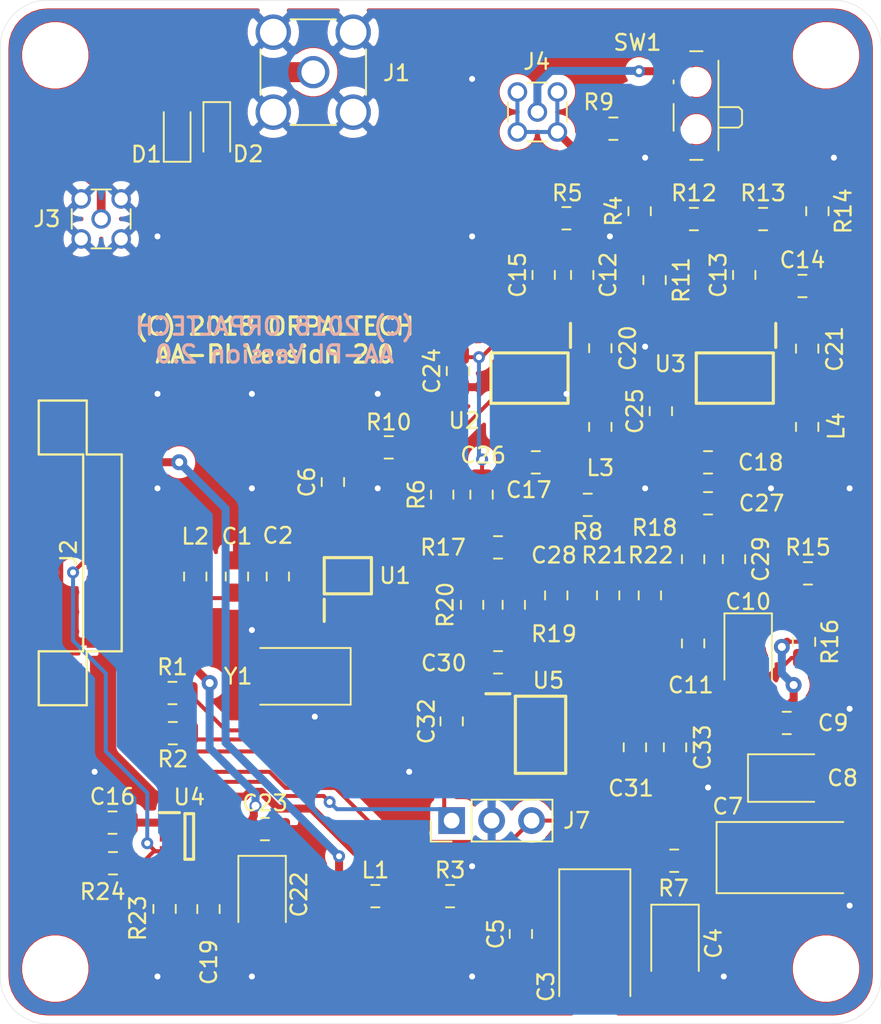
<source format=kicad_pcb>
(kicad_pcb (version 20171130) (host pcbnew 5.0.1-33cea8e~68~ubuntu18.04.1)
  (title_block (title "AA-PI Radio Board") (date 2018-11-28) (rev 2.1) (company ORPALTECH))
  (layers (0 F.Cu signal) (31 B.Cu signal) (34 B.Paste user) (35 F.Paste user) (36 B.SilkS user) (37 F.SilkS user) (38 B.Mask user) (39 F.Mask user) (44 Edge.Cuts user))
  (net 0 "")
  (net 1 GND)
  (net 2 "Net-(C1-Pad1)")
  (net 3 +5V)
  (net 4 +2V5)
  (net 5 VI)
  (net 6 VV)
  (net 7 "Net-(C14-Pad2)")
  (net 8 "Net-(C17-Pad1)")
  (net 9 +3V3)
  (net 10 "Net-(C20-Pad1)")
  (net 11 "Net-(C21-Pad1)")
  (net 12 "Net-(C25-Pad1)")
  (net 13 "Net-(C27-Pad2)")
  (net 14 "Net-(C28-Pad1)")
  (net 15 OUT_VI)
  (net 16 OUT_VV)
  (net 17 "Net-(D1-Pad2)")
  (net 18 I2C_SCL)
  (net 19 I2C_SDA)
  (net 20 "Net-(J2-Pad5)")
  (net 21 "Net-(J2-Pad7)")
  (net 22 "Net-(J4-Pad1)")
  (net 23 "Net-(R10-Pad2)")
  (net 24 "Net-(U1-Pad2)")
  (net 25 "Net-(U1-Pad3)")
  (net 26 "Net-(U1-Pad6)")
  (net 27 "Net-(U2-Pad5)")
  (net 28 "Net-(U2-Pad7)")
  (net 29 "Net-(U3-Pad7)")
  (net 30 "Net-(U3-Pad4)")
  (net 31 "Net-(C19-Pad1)")
  (net 32 "Net-(R6-Pad1)")
  (net 33 "Net-(C6-Pad1)")
  (net 34 "Net-(C18-Pad2)")
  (net 35 "Net-(C13-Pad2)")
  (net 36 "Net-(C12-Pad2)")
  (net 37 "Net-(C15-Pad1)")
  (net 38 "Net-(C24-Pad1)")
  (net 39 "Net-(C30-Pad2)")
  (net 40 "Net-(C30-Pad1)")
  (net 41 "Net-(C31-Pad1)")
  (net 42 "Net-(C31-Pad2)")
  (net 43 "Net-(C29-Pad1)")
  (net 44 "Net-(C26-Pad2)")
  (net 45 "Net-(R12-Pad2)")
  (net 46 "Net-(C17-Pad2)")
  (net 47 "Net-(C6-Pad2)")
  (net 48 "Net-(C3-Pad1)")
  (net 49 "Net-(L1-Pad2)")
  (net 50 /V_IN)
  (net 51 RADIO_EN)
  (net 52 "Net-(R9-Pad1)")
  (net 53 "Net-(R4-Pad2)")
  (module AA-PI-Footprints:SW_SPDT_PCM12 (layer F.Cu) (at 144.26 81.69 90)
    (fp_text reference SW1 (at 4 -3.75) (layer F.SilkS))
    (fp_text value HWCAL/WORK)
    (pad "" np_thru_hole circle (at -1.5 0 90) (size 0.9 0.9) (drill 0.9) (layers *.Cu *.Mask))
    (pad "" np_thru_hole circle (at 1.5 0 90) (size 0.9 0.9) (drill 0.9) (layers *.Cu *.Mask))
    (pad 1 smd rect (at -2.25 -1.76 90) (size 0.8 1.6) (layers F.Cu F.Paste F.Mask) (net 52 "Net-(R9-Pad1)"))
    (pad 2 smd rect (at 0.75 -1.76 90) (size 0.8 1.6) (layers F.Cu F.Paste F.Mask) (net 53 "Net-(R4-Pad2)"))
    (pad 3 smd rect (at 2.25 -1.76 90) (size 0.8 1.6) (layers F.Cu F.Paste F.Mask) (net 22 "Net-(J4-Pad1)"))
    (pad "" smd rect (at -3.65 1.1 90) (size 1 0.8) (layers F.Cu F.Paste F.Mask))
    (pad "" smd rect (at 3.65 1.1 90) (size 1 0.8) (layers F.Cu F.Paste F.Mask))
    (pad "" smd rect (at 3.65 -1.11 90) (size 1 0.8) (layers F.Cu F.Paste F.Mask))
    (pad "" smd rect (at -3.65 -1.11 90) (size 1 0.8) (layers F.Cu F.Paste F.Mask))
  )
  (module AA-PI-Footprints:C_0805_2012Metric_Pad1.15x1.40mm_HandSolder (layer F.Cu) (at 113.24 132.72 270)
    (fp_text reference C19 (at 3.37 -0.03 270) (layer F.SilkS))
    (fp_text value 22n hide)
    (pad 2 smd roundrect (at 1.025 0 270) (size 1.15 1.4) (layers F.Cu F.Paste F.Mask) (roundrect_rratio 0.217391) (net 1 GND))
    (pad 1 smd roundrect (at -1.025 0 270) (size 1.15 1.4) (layers F.Cu F.Paste F.Mask) (roundrect_rratio 0.217391) (net 31 "Net-(C19-Pad1)"))
  )
  (module AA-PI-Footprints:C_0805_2012Metric_Pad1.15x1.40mm_HandSolder (layer F.Cu) (at 107.14 127.23)
    (fp_text reference C16 (at 0 -1.65) (layer F.SilkS))
    (fp_text value 4.7u hide)
    (pad 1 smd roundrect (at -1.025 0) (size 1.15 1.4) (layers F.Cu F.Paste F.Mask) (roundrect_rratio 0.217391) (net 1 GND))
    (pad 2 smd roundrect (at 1.025 0) (size 1.15 1.4) (layers F.Cu F.Paste F.Mask) (roundrect_rratio 0.217391) (net 3 +5V))
  )
  (module AA-PI-Footprints:R_0805_2012Metric_Pad1.15x1.40mm_HandSolder (layer F.Cu) (at 107.17 129.81 180)
    (fp_text reference R24 (at 0.66 -1.81 180) (layer F.SilkS))
    (fp_text value 0 hide)
    (pad 2 smd roundrect (at 1.025 0 180) (size 1.15 1.4) (layers F.Cu F.Paste F.Mask) (roundrect_rratio 0.217391) (net 3 +5V))
    (pad 1 smd roundrect (at -1.025 0 180) (size 1.15 1.4) (layers F.Cu F.Paste F.Mask) (roundrect_rratio 0.217391) (net 51 RADIO_EN))
  )
  (module AA-PI-Footprints:R_0805_2012Metric_Pad1.15x1.40mm_HandSolder (layer F.Cu) (at 110.45 132.71 90)
    (fp_text reference R23 (at -0.59 -1.7 90) (layer F.SilkS))
    (fp_text value 100K hide)
    (pad 1 smd roundrect (at -1.025 0 90) (size 1.15 1.4) (layers F.Cu F.Paste F.Mask) (roundrect_rratio 0.217391) (net 1 GND))
    (pad 2 smd roundrect (at 1.025 0 90) (size 1.15 1.4) (layers F.Cu F.Paste F.Mask) (roundrect_rratio 0.217391) (net 51 RADIO_EN))
  )
  (module AA-PI-Footprints:1.25-AB-SMT-10pin-Vertical (layer F.Cu) (at 106.5 110.1 270)
    (fp_text reference J2 (at 0 2.15 270) (layer F.SilkS))
    (fp_text value "MAIN BOARD")
    (pad 1 smd rect (at -5.625 0 270) (size 0.8 2) (layers F.Cu F.Paste F.Mask) (net 50 /V_IN))
    (pad 2 smd rect (at -4.375 0 270) (size 0.8 2) (layers F.Cu F.Paste F.Mask) (net 1 GND))
    (pad 3 smd rect (at -3.125 0 270) (size 0.8 2) (layers F.Cu F.Paste F.Mask) (net 18 I2C_SCL))
    (pad 4 smd rect (at -1.875 0 270) (size 0.8 2) (layers F.Cu F.Paste F.Mask) (net 19 I2C_SDA))
    (pad 5 smd rect (at -0.625 0 270) (size 0.8 2) (layers F.Cu F.Paste F.Mask) (net 20 "Net-(J2-Pad5)"))
    (pad 6 smd rect (at 0.625 0 270) (size 0.8 2) (layers F.Cu F.Paste F.Mask) (net 51 RADIO_EN))
    (pad 7 smd rect (at 1.875 0 270) (size 0.8 2) (layers F.Cu F.Paste F.Mask) (net 21 "Net-(J2-Pad7)"))
    (pad 8 smd rect (at 3.125 0 270) (size 0.8 2) (layers F.Cu F.Paste F.Mask) (net 16 OUT_VV))
    (pad 9 smd rect (at 4.375 0 270) (size 0.8 2) (layers F.Cu F.Paste F.Mask) (net 15 OUT_VI))
    (pad 10 smd rect (at 5.625 0 270) (size 0.8 2) (layers F.Cu F.Paste F.Mask) (net 1 GND))
    (pad SH smd rect (at -8.125 2.6 270) (size 2.2 2.6) (layers F.Cu F.Paste F.Mask) (net 1 GND))
    (pad SH smd rect (at 8.125 2.6 270) (size 2.2 2.6) (layers F.Cu F.Paste F.Mask) (net 1 GND))
  )
  (module AA-PI-Footprints:D_SOD-323_HandSoldering (layer F.Cu) (at 111.25 83.36 90)
    (fp_text reference D1 (at -1.43 -1.96) (layer F.SilkS))
    (fp_text value 1N4148 hide)
    (pad 1 smd rect (at -1.25 0 90) (size 1 1) (layers F.Cu F.Paste F.Mask) (net 1 GND))
    (pad 2 smd rect (at 1.25 0 90) (size 1 1) (layers F.Cu F.Paste F.Mask) (net 17 "Net-(D1-Pad2)"))
  )
  (module AA-PI-Footprints:R_0805_2012Metric_Pad1.15x1.40mm_HandSolder (layer F.Cu) (at 151.1 115.75 270)
    (fp_text reference R16 (at 0 -1.65 270) (layer F.SilkS))
    (fp_text value 3.3K hide)
    (pad 2 smd roundrect (at 1.025 0 270) (size 1.15 1.4) (layers F.Cu F.Paste F.Mask) (roundrect_rratio 0.217391) (net 1 GND))
    (pad 1 smd roundrect (at -1.025 0 270) (size 1.15 1.4) (layers F.Cu F.Paste F.Mask) (roundrect_rratio 0.217391) (net 4 +2V5))
  )
  (module AA-PI-Footprints:C_0805_2012Metric_Pad1.15x1.40mm_HandSolder (layer F.Cu) (at 150 120.9)
    (fp_text reference C9 (at 2.95 0) (layer F.SilkS))
    (fp_text value 100n hide)
    (pad 1 smd roundrect (at -1.025 0) (size 1.15 1.4) (layers F.Cu F.Paste F.Mask) (roundrect_rratio 0.217391) (net 3 +5V))
    (pad 2 smd roundrect (at 1.025 0) (size 1.15 1.4) (layers F.Cu F.Paste F.Mask) (roundrect_rratio 0.217391) (net 1 GND))
  )
  (module MountingHole:MountingHole_3.2mm_M3_DIN965 (layer F.Cu) (at 152.5 78.5)
    (fp_text reference MH2 hide)
    (fp_text value MountingHole_3.2mm_M3_DIN965 hide)
    (pad 1 np_thru_hole circle (at 0 0) (size 3.2 3.2) (drill 3.2) (layers *.Cu *.Mask))
  )
  (module AA-PI-Footprints:SOIC127P600X175-8N (layer F.Cu) (at 133.65 99 270)
    (fp_text reference U2 (at 2.7 4.15 180) (layer F.SilkS))
    (fp_text value SA612A hide)
    (pad 8 smd rect (at 2.712 -1.905) (size 0.7 1.525) (layers F.Cu F.Paste F.Mask) (net 10 "Net-(C20-Pad1)"))
    (pad 7 smd rect (at 2.712 -0.635) (size 0.7 1.525) (layers F.Cu F.Paste F.Mask) (net 28 "Net-(U2-Pad7)"))
    (pad 6 smd rect (at 2.712 0.635) (size 0.7 1.525) (layers F.Cu F.Paste F.Mask) (net 8 "Net-(C17-Pad1)"))
    (pad 5 smd rect (at 2.712 1.905) (size 0.7 1.525) (layers F.Cu F.Paste F.Mask) (net 27 "Net-(U2-Pad5)"))
    (pad 4 smd rect (at -2.712 1.905) (size 0.7 1.525) (layers F.Cu F.Paste F.Mask) (net 38 "Net-(C24-Pad1)"))
    (pad 3 smd rect (at -2.712 0.635) (size 0.7 1.525) (layers F.Cu F.Paste F.Mask) (net 1 GND))
    (pad 2 smd rect (at -2.712 -0.635) (size 0.7 1.525) (layers F.Cu F.Paste F.Mask) (net 37 "Net-(C15-Pad1)"))
    (pad 1 smd rect (at -2.712 -1.905) (size 0.7 1.525) (layers F.Cu F.Paste F.Mask) (net 36 "Net-(C12-Pad2)"))
  )
  (module AA-PI-Footprints:SOIC127P600X175-8N (layer F.Cu) (at 146.7 99 270)
    (fp_text reference U3 (at -0.9 4.1 180) (layer F.SilkS))
    (fp_text value SA612A hide)
    (pad 8 smd rect (at 2.712 -1.905) (size 0.7 1.525) (layers F.Cu F.Paste F.Mask) (net 11 "Net-(C21-Pad1)"))
    (pad 7 smd rect (at 2.712 -0.635) (size 0.7 1.525) (layers F.Cu F.Paste F.Mask) (net 29 "Net-(U3-Pad7)"))
    (pad 6 smd rect (at 2.712 0.635) (size 0.7 1.525) (layers F.Cu F.Paste F.Mask) (net 34 "Net-(C18-Pad2)"))
    (pad 5 smd rect (at 2.712 1.905) (size 0.7 1.525) (layers F.Cu F.Paste F.Mask) (net 12 "Net-(C25-Pad1)"))
    (pad 4 smd rect (at -2.712 1.905) (size 0.7 1.525) (layers F.Cu F.Paste F.Mask) (net 30 "Net-(U3-Pad4)"))
    (pad 3 smd rect (at -2.712 0.635) (size 0.7 1.525) (layers F.Cu F.Paste F.Mask) (net 1 GND))
    (pad 2 smd rect (at -2.712 -0.635) (size 0.7 1.525) (layers F.Cu F.Paste F.Mask) (net 35 "Net-(C13-Pad2)"))
    (pad 1 smd rect (at -2.712 -1.905) (size 0.7 1.525) (layers F.Cu F.Paste F.Mask) (net 7 "Net-(C14-Pad2)"))
  )
  (module AA-PI-Footprints:SOIC127P600X175-8N (layer F.Cu) (at 134.35 121.65)
    (fp_text reference U5 (at 0.5 -3.45) (layer F.SilkS))
    (fp_text value MC4558 hide)
    (pad 8 smd rect (at 2.712 -1.905 90) (size 0.7 1.525) (layers F.Cu F.Paste F.Mask) (net 3 +5V))
    (pad 7 smd rect (at 2.712 -0.635 90) (size 0.7 1.525) (layers F.Cu F.Paste F.Mask) (net 42 "Net-(C31-Pad2)"))
    (pad 6 smd rect (at 2.712 0.635 90) (size 0.7 1.525) (layers F.Cu F.Paste F.Mask) (net 41 "Net-(C31-Pad1)"))
    (pad 5 smd rect (at 2.712 1.905 90) (size 0.7 1.525) (layers F.Cu F.Paste F.Mask) (net 4 +2V5))
    (pad 4 smd rect (at -2.712 1.905 90) (size 0.7 1.525) (layers F.Cu F.Paste F.Mask) (net 1 GND))
    (pad 3 smd rect (at -2.712 0.635 90) (size 0.7 1.525) (layers F.Cu F.Paste F.Mask) (net 4 +2V5))
    (pad 2 smd rect (at -2.712 -0.635 90) (size 0.7 1.525) (layers F.Cu F.Paste F.Mask) (net 40 "Net-(C30-Pad1)"))
    (pad 1 smd rect (at -2.712 -1.905 90) (size 0.7 1.525) (layers F.Cu F.Paste F.Mask) (net 39 "Net-(C30-Pad2)"))
  )
  (module AA-PI-Footprints:SOP50P490X110-10N (layer F.Cu) (at 122.1 111.55 90)
    (fp_text reference U1 (at 0 3) (layer F.SilkS))
    (fp_text value Si5351A hide)
    (pad 10 smd rect (at 2.2 -1 180) (size 0.3 1.4) (layers F.Cu F.Paste F.Mask) (net 33 "Net-(C6-Pad1)"))
    (pad 9 smd rect (at 2.2 -0.5 180) (size 0.3 1.4) (layers F.Cu F.Paste F.Mask) (net 32 "Net-(R6-Pad1)"))
    (pad 8 smd rect (at 2.2 0 180) (size 0.3 1.4) (layers F.Cu F.Paste F.Mask) (net 1 GND))
    (pad 7 smd rect (at 2.2 0.5 180) (size 0.3 1.4) (layers F.Cu F.Paste F.Mask) (net 2 "Net-(C1-Pad1)"))
    (pad 6 smd rect (at 2.2 1 180) (size 0.3 1.4) (layers F.Cu F.Paste F.Mask) (net 26 "Net-(U1-Pad6)"))
    (pad 5 smd rect (at -2.2 1 180) (size 0.3 1.4) (layers F.Cu F.Paste F.Mask) (net 19 I2C_SDA))
    (pad 4 smd rect (at -2.2 0.5 180) (size 0.3 1.4) (layers F.Cu F.Paste F.Mask) (net 18 I2C_SCL))
    (pad 3 smd rect (at -2.2 0 180) (size 0.3 1.4) (layers F.Cu F.Paste F.Mask) (net 25 "Net-(U1-Pad3)"))
    (pad 2 smd rect (at -2.2 -0.5 180) (size 0.3 1.4) (layers F.Cu F.Paste F.Mask) (net 24 "Net-(U1-Pad2)"))
    (pad 1 smd rect (at -2.2 -1 180) (size 0.3 1.4) (layers F.Cu F.Paste F.Mask) (net 2 "Net-(C1-Pad1)"))
  )
  (module AA-PI-Footprints:SOT94P279X130-5N (layer F.Cu) (at 112.02 128.11)
    (fp_text reference U4 (at 0 -2.5) (layer F.SilkS))
    (fp_text value RT9193-33GB hide)
    (pad 5 smd rect (at 1.25 -0.94 90) (size 0.65 1.25) (layers F.Cu F.Paste F.Mask) (net 9 +3V3))
    (pad 4 smd rect (at 1.25 0.94 90) (size 0.65 1.25) (layers F.Cu F.Paste F.Mask) (net 31 "Net-(C19-Pad1)"))
    (pad 3 smd rect (at -1.25 0.94 90) (size 0.65 1.25) (layers F.Cu F.Paste F.Mask) (net 51 RADIO_EN))
    (pad 2 smd rect (at -1.25 0 90) (size 0.65 1.25) (layers F.Cu F.Paste F.Mask) (net 1 GND))
    (pad 1 smd rect (at -1.25 -0.94 90) (size 0.65 1.25) (layers F.Cu F.Paste F.Mask) (net 3 +5V))
  )
  (module AA-PI-Footprints:MMCX_Molex_73415-1471_Vertical (layer F.Cu) (at 134.15 82.1)
    (fp_text reference J4 (at -0.04 -3.2) (layer F.SilkS))
    (fp_text value INDUCT hide)
    (pad 2 thru_hole circle (at -1.27 1.27) (size 1.24 1.24) (drill 0.84) (layers *.Cu *.Mask) (net 5 VI))
    (pad 2 thru_hole circle (at 1.27 -1.27) (size 1.24 1.24) (drill 0.84) (layers *.Cu *.Mask) (net 5 VI))
    (pad 2 thru_hole circle (at 1.27 1.27) (size 1.24 1.24) (drill 0.84) (layers *.Cu *.Mask) (net 5 VI))
    (pad 2 thru_hole circle (at -1.27 -1.27) (size 1.24 1.24) (drill 0.84) (layers *.Cu *.Mask) (net 5 VI))
    (pad 1 thru_hole circle (at 0 0) (size 1.24 1.24) (drill 0.84) (layers *.Cu *.Mask) (net 22 "Net-(J4-Pad1)"))
  )
  (module AA-PI-Footprints:MMCX_Molex_73415-1471_Vertical (layer F.Cu) (at 106.42 88.89)
    (fp_text reference J3 (at -3.45 0) (layer F.SilkS))
    (fp_text value INDUCT hide)
    (pad 1 thru_hole circle (at 0 0) (size 1.24 1.24) (drill 0.84) (layers *.Cu *.Mask) (net 17 "Net-(D1-Pad2)"))
    (pad 2 thru_hole circle (at -1.27 -1.27) (size 1.24 1.24) (drill 0.84) (layers *.Cu *.Mask) (net 1 GND))
    (pad 2 thru_hole circle (at 1.27 1.27) (size 1.24 1.24) (drill 0.84) (layers *.Cu *.Mask) (net 1 GND))
    (pad 2 thru_hole circle (at 1.27 -1.27) (size 1.24 1.24) (drill 0.84) (layers *.Cu *.Mask) (net 1 GND))
    (pad 2 thru_hole circle (at -1.27 1.27) (size 1.24 1.24) (drill 0.84) (layers *.Cu *.Mask) (net 1 GND))
  )
  (module MountingHole:MountingHole_3.2mm_M3_DIN965 (layer F.Cu) (at 152.5 136.5)
    (fp_text reference MH4 hide)
    (fp_text value MountingHole_3.2mm_M3_DIN965 hide)
    (pad 1 np_thru_hole circle (at 0 0) (size 3.2 3.2) (drill 3.2) (layers *.Cu *.Mask))
  )
  (module MountingHole:MountingHole_3.2mm_M3_DIN965 (layer F.Cu) (at 103.5 136.5)
    (fp_text reference MH3 hide)
    (fp_text value MountingHole_3.2mm_M3_DIN965 hide)
    (pad 1 np_thru_hole circle (at 0 0) (size 3.2 3.2) (drill 3.2) (layers *.Cu *.Mask))
  )
  (module AA-PI-Footprints:C_0805_2012Metric_Pad1.15x1.40mm_HandSolder (layer F.Cu) (at 142.9 122.45 270)
    (fp_text reference C33 (at 0 -1.75 270) (layer F.SilkS))
    (fp_text value 10u hide)
    (pad 2 smd roundrect (at 1.025 0 270) (size 1.15 1.4) (layers F.Cu F.Paste F.Mask) (roundrect_rratio 0.217391) (net 16 OUT_VV))
    (pad 1 smd roundrect (at -1.025 0 270) (size 1.15 1.4) (layers F.Cu F.Paste F.Mask) (roundrect_rratio 0.217391) (net 42 "Net-(C31-Pad2)"))
  )
  (module AA-PI-Footprints:C_0805_2012Metric_Pad1.15x1.40mm_HandSolder (layer F.Cu) (at 128.7 120.8 270)
    (fp_text reference C32 (at 0 1.6 270) (layer F.SilkS))
    (fp_text value 10u hide)
    (pad 1 smd roundrect (at -1.025 0 270) (size 1.15 1.4) (layers F.Cu F.Paste F.Mask) (roundrect_rratio 0.217391) (net 39 "Net-(C30-Pad2)"))
    (pad 2 smd roundrect (at 1.025 0 270) (size 1.15 1.4) (layers F.Cu F.Paste F.Mask) (roundrect_rratio 0.217391) (net 15 OUT_VI))
  )
  (module AA-PI-Footprints:CP_EIA-3528-21_Kemet-B (layer F.Cu) (at 116.65 131.8 270)
    (fp_text reference C22 (at 0 -2.35 270) (layer F.SilkS))
    (fp_text value 10u hide)
    (pad 1 smd roundrect (at -1.5375 0 270) (size 1.325 2.35) (layers F.Cu F.Paste F.Mask) (roundrect_rratio 0.188679) (net 9 +3V3))
    (pad 2 smd roundrect (at 1.5375 0 270) (size 1.325 2.35) (layers F.Cu F.Paste F.Mask) (roundrect_rratio 0.188679) (net 1 GND))
  )
  (module AA-PI-Footprints:CP_EIA-3528-21_Kemet-B (layer F.Cu) (at 150 124.4)
    (fp_text reference C8 (at 3.55 0) (layer F.SilkS))
    (fp_text value 22u hide)
    (pad 1 smd roundrect (at -1.5375 0) (size 1.325 2.35) (layers F.Cu F.Paste F.Mask) (roundrect_rratio 0.188679) (net 3 +5V))
    (pad 2 smd roundrect (at 1.5375 0) (size 1.325 2.35) (layers F.Cu F.Paste F.Mask) (roundrect_rratio 0.188679) (net 1 GND))
  )
  (module AA-PI-Footprints:CP_EIA-3528-21_Kemet-B (layer F.Cu) (at 142.9 134.9 270)
    (fp_text reference C4 (at 0 -2.45 270) (layer F.SilkS))
    (fp_text value 47u hide)
    (pad 2 smd roundrect (at 1.5375 0 270) (size 1.325 2.35) (layers F.Cu F.Paste F.Mask) (roundrect_rratio 0.188679) (net 1 GND))
    (pad 1 smd roundrect (at -1.5375 0 270) (size 1.325 2.35) (layers F.Cu F.Paste F.Mask) (roundrect_rratio 0.188679) (net 48 "Net-(C3-Pad1)"))
  )
  (module AA-PI-Footprints:CP_EIA-3528-21_Kemet-B (layer F.Cu) (at 147.55 116.4 270)
    (fp_text reference C10 (at -3.2 0 180) (layer F.SilkS))
    (fp_text value 10u hide)
    (pad 1 smd roundrect (at -1.5375 0 270) (size 1.325 2.35) (layers F.Cu F.Paste F.Mask) (roundrect_rratio 0.188679) (net 4 +2V5))
    (pad 2 smd roundrect (at 1.5375 0 270) (size 1.325 2.35) (layers F.Cu F.Paste F.Mask) (roundrect_rratio 0.188679) (net 1 GND))
  )
  (module AA-PI-Footprints:CP_EIA-7343-31_Kemet-D (layer F.Cu) (at 149.95 129.45)
    (fp_text reference C7 (at -3.7 -3.25) (layer F.SilkS))
    (fp_text value 100u hide)
    (pad 1 smd roundrect (at -3.1125 0) (size 2.075 2.55) (layers F.Cu F.Paste F.Mask) (roundrect_rratio 0.120482) (net 3 +5V))
    (pad 2 smd roundrect (at 3.1125 0) (size 2.075 2.55) (layers F.Cu F.Paste F.Mask) (roundrect_rratio 0.120482) (net 1 GND))
  )
  (module AA-PI-Footprints:C_0805_2012Metric_Pad1.15x1.40mm_HandSolder (layer F.Cu) (at 147.3 92.45 270)
    (fp_text reference C13 (at 0 1.65 270) (layer F.SilkS))
    (fp_text value 100n hide)
    (pad 2 smd roundrect (at 1.025 0 270) (size 1.15 1.4) (layers F.Cu F.Paste F.Mask) (roundrect_rratio 0.217391) (net 35 "Net-(C13-Pad2)"))
    (pad 1 smd roundrect (at -1.025 0 270) (size 1.15 1.4) (layers F.Cu F.Paste F.Mask) (roundrect_rratio 0.217391) (net 6 VV))
  )
  (module AA-PI-Footprints:C_0805_2012Metric_Pad1.15x1.40mm_HandSolder (layer F.Cu) (at 133.1 134.3 270)
    (fp_text reference C5 (at 0 1.6 270) (layer F.SilkS))
    (fp_text value 100n hide)
    (pad 1 smd roundrect (at -1.025 0 270) (size 1.15 1.4) (layers F.Cu F.Paste F.Mask) (roundrect_rratio 0.217391) (net 48 "Net-(C3-Pad1)"))
    (pad 2 smd roundrect (at 1.025 0 270) (size 1.15 1.4) (layers F.Cu F.Paste F.Mask) (roundrect_rratio 0.217391) (net 1 GND))
  )
  (module AA-PI-Footprints:C_0805_2012Metric_Pad1.15x1.40mm_HandSolder (layer F.Cu) (at 146.65 110.5 270)
    (fp_text reference C29 (at 0 -1.7 270) (layer F.SilkS))
    (fp_text value 1n hide)
    (pad 1 smd roundrect (at -1.025 0 270) (size 1.15 1.4) (layers F.Cu F.Paste F.Mask) (roundrect_rratio 0.217391) (net 43 "Net-(C29-Pad1)"))
    (pad 2 smd roundrect (at 1.025 0 270) (size 1.15 1.4) (layers F.Cu F.Paste F.Mask) (roundrect_rratio 0.217391) (net 4 +2V5))
  )
  (module AA-PI-Footprints:C_0805_2012Metric_Pad1.15x1.40mm_HandSolder (layer F.Cu) (at 131.65 117.05 180)
    (fp_text reference C30 (at 3.45 -0.05 180) (layer F.SilkS))
    (fp_text value 82p hide)
    (pad 2 smd roundrect (at 1.025 0 180) (size 1.15 1.4) (layers F.Cu F.Paste F.Mask) (roundrect_rratio 0.217391) (net 39 "Net-(C30-Pad2)"))
    (pad 1 smd roundrect (at -1.025 0 180) (size 1.15 1.4) (layers F.Cu F.Paste F.Mask) (roundrect_rratio 0.217391) (net 40 "Net-(C30-Pad1)"))
  )
  (module AA-PI-Footprints:C_0805_2012Metric_Pad1.15x1.40mm_HandSolder (layer F.Cu) (at 140.35 122.45 90)
    (fp_text reference C31 (at -2.6 -0.25) (layer F.SilkS))
    (fp_text value 82p hide)
    (pad 1 smd roundrect (at -1.025 0 90) (size 1.15 1.4) (layers F.Cu F.Paste F.Mask) (roundrect_rratio 0.217391) (net 41 "Net-(C31-Pad1)"))
    (pad 2 smd roundrect (at 1.025 0 90) (size 1.15 1.4) (layers F.Cu F.Paste F.Mask) (roundrect_rratio 0.217391) (net 42 "Net-(C31-Pad2)"))
  )
  (module AA-PI-Footprints:L_0805_2012Metric_Pad1.15x1.40mm_HandSolder (layer F.Cu) (at 151.3 102.1 90)
    (fp_text reference L4 (at 0.05 1.85 90) (layer F.SilkS))
    (fp_text value 0.5 hide)
    (pad 1 smd roundrect (at -1.025 0 90) (size 1.15 1.4) (layers F.Cu F.Paste F.Mask) (roundrect_rratio 0.217391) (net 3 +5V))
    (pad 2 smd roundrect (at 1.025 0 90) (size 1.15 1.4) (layers F.Cu F.Paste F.Mask) (roundrect_rratio 0.217391) (net 11 "Net-(C21-Pad1)"))
  )
  (module AA-PI-Footprints:R_0805_2012Metric_Pad1.15x1.40mm_HandSolder (layer F.Cu) (at 138.65 112.8 270)
    (fp_text reference R21 (at -2.55 0.25 180) (layer F.SilkS))
    (fp_text value 12K hide)
    (pad 2 smd roundrect (at 1.025 0 270) (size 1.15 1.4) (layers F.Cu F.Paste F.Mask) (roundrect_rratio 0.217391) (net 41 "Net-(C31-Pad1)"))
    (pad 1 smd roundrect (at -1.025 0 270) (size 1.15 1.4) (layers F.Cu F.Paste F.Mask) (roundrect_rratio 0.217391) (net 43 "Net-(C29-Pad1)"))
  )
  (module AA-PI-Footprints:R_0805_2012Metric_Pad1.15x1.40mm_HandSolder (layer F.Cu) (at 141.3 112.8 270)
    (fp_text reference R22 (at -2.55 -0.05) (layer F.SilkS))
    (fp_text value 75K hide)
    (pad 1 smd roundrect (at -1.025 0 270) (size 1.15 1.4) (layers F.Cu F.Paste F.Mask) (roundrect_rratio 0.217391) (net 43 "Net-(C29-Pad1)"))
    (pad 2 smd roundrect (at 1.025 0 270) (size 1.15 1.4) (layers F.Cu F.Paste F.Mask) (roundrect_rratio 0.217391) (net 42 "Net-(C31-Pad2)"))
  )
  (module AA-PI-Footprints:C_0805_2012Metric_Pad1.15x1.40mm_HandSolder (layer F.Cu) (at 115.05 111.6 90)
    (fp_text reference C1 (at 2.55 0) (layer F.SilkS))
    (fp_text value 100p hide)
    (pad 2 smd roundrect (at 1.025 0 90) (size 1.15 1.4) (layers F.Cu F.Paste F.Mask) (roundrect_rratio 0.217391) (net 1 GND))
    (pad 1 smd roundrect (at -1.025 0 90) (size 1.15 1.4) (layers F.Cu F.Paste F.Mask) (roundrect_rratio 0.217391) (net 2 "Net-(C1-Pad1)"))
  )
  (module AA-PI-Footprints:C_0805_2012Metric_Pad1.15x1.40mm_HandSolder (layer F.Cu) (at 117.65 111.6 90)
    (fp_text reference C2 (at 2.6 0) (layer F.SilkS))
    (fp_text value 100n hide)
    (pad 2 smd roundrect (at 1.025 0 90) (size 1.15 1.4) (layers F.Cu F.Paste F.Mask) (roundrect_rratio 0.217391) (net 1 GND))
    (pad 1 smd roundrect (at -1.025 0 90) (size 1.15 1.4) (layers F.Cu F.Paste F.Mask) (roundrect_rratio 0.217391) (net 2 "Net-(C1-Pad1)"))
  )
  (module AA-PI-Footprints:CP_EIA-7343-31_Kemet-D (layer F.Cu) (at 137.8 134.6 270)
    (fp_text reference C3 (at 3.05 3.1 270) (layer F.SilkS))
    (fp_text value 100u hide)
    (pad 1 smd roundrect (at -3.1125 0 270) (size 2.075 2.55) (layers F.Cu F.Paste F.Mask) (roundrect_rratio 0.120482) (net 48 "Net-(C3-Pad1)"))
    (pad 2 smd roundrect (at 3.1125 0 270) (size 2.075 2.55) (layers F.Cu F.Paste F.Mask) (roundrect_rratio 0.120482) (net 1 GND))
  )
  (module AA-PI-Footprints:C_0805_2012Metric_Pad1.15x1.40mm_HandSolder (layer F.Cu) (at 121.15 105.6 90)
    (fp_text reference C6 (at 0 -1.65 90) (layer F.SilkS))
    (fp_text value 100n hide)
    (pad 2 smd roundrect (at 1.025 0 90) (size 1.15 1.4) (layers F.Cu F.Paste F.Mask) (roundrect_rratio 0.217391) (net 47 "Net-(C6-Pad2)"))
    (pad 1 smd roundrect (at -1.025 0 90) (size 1.15 1.4) (layers F.Cu F.Paste F.Mask) (roundrect_rratio 0.217391) (net 33 "Net-(C6-Pad1)"))
  )
  (module AA-PI-Footprints:C_0805_2012Metric_Pad1.15x1.40mm_HandSolder (layer F.Cu) (at 144.05 115.85 270)
    (fp_text reference C11 (at 2.65 0.15 180) (layer F.SilkS))
    (fp_text value 100n hide)
    (pad 1 smd roundrect (at -1.025 0 270) (size 1.15 1.4) (layers F.Cu F.Paste F.Mask) (roundrect_rratio 0.217391) (net 4 +2V5))
    (pad 2 smd roundrect (at 1.025 0 270) (size 1.15 1.4) (layers F.Cu F.Paste F.Mask) (roundrect_rratio 0.217391) (net 1 GND))
  )
  (module AA-PI-Footprints:C_0805_2012Metric_Pad1.15x1.40mm_HandSolder (layer F.Cu) (at 137 92.45 270)
    (fp_text reference C12 (at 0 -1.65 270) (layer F.SilkS))
    (fp_text value 100n hide)
    (pad 2 smd roundrect (at 1.025 0 270) (size 1.15 1.4) (layers F.Cu F.Paste F.Mask) (roundrect_rratio 0.217391) (net 36 "Net-(C12-Pad2)"))
    (pad 1 smd roundrect (at -1.025 0 270) (size 1.15 1.4) (layers F.Cu F.Paste F.Mask) (roundrect_rratio 0.217391) (net 5 VI))
  )
  (module AA-PI-Footprints:C_0805_2012Metric_Pad1.15x1.40mm_HandSolder (layer F.Cu) (at 151 93.15 180)
    (fp_text reference C14 (at 0 1.65 180) (layer F.SilkS))
    (fp_text value 100n hide)
    (pad 2 smd roundrect (at 1.025 0 180) (size 1.15 1.4) (layers F.Cu F.Paste F.Mask) (roundrect_rratio 0.217391) (net 7 "Net-(C14-Pad2)"))
    (pad 1 smd roundrect (at -1.025 0 180) (size 1.15 1.4) (layers F.Cu F.Paste F.Mask) (roundrect_rratio 0.217391) (net 1 GND))
  )
  (module AA-PI-Footprints:C_0805_2012Metric_Pad1.15x1.40mm_HandSolder (layer F.Cu) (at 134.55 92.45 90)
    (fp_text reference C15 (at 0 -1.65 90) (layer F.SilkS))
    (fp_text value 100n hide)
    (pad 1 smd roundrect (at -1.025 0 90) (size 1.15 1.4) (layers F.Cu F.Paste F.Mask) (roundrect_rratio 0.217391) (net 37 "Net-(C15-Pad1)"))
    (pad 2 smd roundrect (at 1.025 0 90) (size 1.15 1.4) (layers F.Cu F.Paste F.Mask) (roundrect_rratio 0.217391) (net 1 GND))
  )
  (module AA-PI-Footprints:C_0805_2012Metric_Pad1.15x1.40mm_HandSolder (layer F.Cu) (at 134.05 104.35)
    (fp_text reference C17 (at -0.45 1.75) (layer F.SilkS))
    (fp_text value 10n hide)
    (pad 2 smd roundrect (at 1.025 0) (size 1.15 1.4) (layers F.Cu F.Paste F.Mask) (roundrect_rratio 0.217391) (net 46 "Net-(C17-Pad2)"))
    (pad 1 smd roundrect (at -1.025 0) (size 1.15 1.4) (layers F.Cu F.Paste F.Mask) (roundrect_rratio 0.217391) (net 8 "Net-(C17-Pad1)"))
  )
  (module AA-PI-Footprints:C_0805_2012Metric_Pad1.15x1.40mm_HandSolder (layer F.Cu) (at 145 104.35)
    (fp_text reference C18 (at 3.35 0) (layer F.SilkS))
    (fp_text value 10n hide)
    (pad 2 smd roundrect (at 1.025 0) (size 1.15 1.4) (layers F.Cu F.Paste F.Mask) (roundrect_rratio 0.217391) (net 34 "Net-(C18-Pad2)"))
    (pad 1 smd roundrect (at -1.025 0) (size 1.15 1.4) (layers F.Cu F.Paste F.Mask) (roundrect_rratio 0.217391) (net 46 "Net-(C17-Pad2)"))
  )
  (module AA-PI-Footprints:C_0805_2012Metric_Pad1.15x1.40mm_HandSolder (layer F.Cu) (at 138.15 97.1 90)
    (fp_text reference C20 (at 0 1.75 90) (layer F.SilkS))
    (fp_text value 100n hide)
    (pad 1 smd roundrect (at -1.025 0 90) (size 1.15 1.4) (layers F.Cu F.Paste F.Mask) (roundrect_rratio 0.217391) (net 10 "Net-(C20-Pad1)"))
    (pad 2 smd roundrect (at 1.025 0 90) (size 1.15 1.4) (layers F.Cu F.Paste F.Mask) (roundrect_rratio 0.217391) (net 1 GND))
  )
  (module AA-PI-Footprints:C_0805_2012Metric_Pad1.15x1.40mm_HandSolder (layer F.Cu) (at 151.3 97.125 90)
    (fp_text reference C21 (at -0.025 1.75 90) (layer F.SilkS))
    (fp_text value 100n hide)
    (pad 2 smd roundrect (at 1.025 0 90) (size 1.15 1.4) (layers F.Cu F.Paste F.Mask) (roundrect_rratio 0.217391) (net 1 GND))
    (pad 1 smd roundrect (at -1.025 0 90) (size 1.15 1.4) (layers F.Cu F.Paste F.Mask) (roundrect_rratio 0.217391) (net 11 "Net-(C21-Pad1)"))
  )
  (module AA-PI-Footprints:C_0805_2012Metric_Pad1.15x1.40mm_HandSolder (layer F.Cu) (at 116.83 127.64)
    (fp_text reference C23 (at 0 -1.65) (layer F.SilkS))
    (fp_text value 100n hide)
    (pad 1 smd roundrect (at -1.025 0) (size 1.15 1.4) (layers F.Cu F.Paste F.Mask) (roundrect_rratio 0.217391) (net 9 +3V3))
    (pad 2 smd roundrect (at 1.025 0) (size 1.15 1.4) (layers F.Cu F.Paste F.Mask) (roundrect_rratio 0.217391) (net 1 GND))
  )
  (module AA-PI-Footprints:C_0805_2012Metric_Pad1.15x1.40mm_HandSolder (layer F.Cu) (at 129.1 98.55 270)
    (fp_text reference C24 (at 0 1.65 270) (layer F.SilkS))
    (fp_text value 300p hide)
    (pad 1 smd roundrect (at -1.025 0 270) (size 1.15 1.4) (layers F.Cu F.Paste F.Mask) (roundrect_rratio 0.217391) (net 38 "Net-(C24-Pad1)"))
    (pad 2 smd roundrect (at 1.025 0 270) (size 1.15 1.4) (layers F.Cu F.Paste F.Mask) (roundrect_rratio 0.217391) (net 1 GND))
  )
  (module AA-PI-Footprints:C_0805_2012Metric_Pad1.15x1.40mm_HandSolder (layer F.Cu) (at 142 101.1 90)
    (fp_text reference C25 (at 0 -1.65 90) (layer F.SilkS))
    (fp_text value 300p hide)
    (pad 2 smd roundrect (at 1.025 0 90) (size 1.15 1.4) (layers F.Cu F.Paste F.Mask) (roundrect_rratio 0.217391) (net 1 GND))
    (pad 1 smd roundrect (at -1.025 0 90) (size 1.15 1.4) (layers F.Cu F.Paste F.Mask) (roundrect_rratio 0.217391) (net 12 "Net-(C25-Pad1)"))
  )
  (module AA-PI-Footprints:C_0805_2012Metric_Pad1.15x1.40mm_HandSolder (layer F.Cu) (at 130.6 106.4 270)
    (fp_text reference C26 (at -2.5 -0.1 180) (layer F.SilkS))
    (fp_text value 100n hide)
    (pad 2 smd roundrect (at 1.025 0 270) (size 1.15 1.4) (layers F.Cu F.Paste F.Mask) (roundrect_rratio 0.217391) (net 44 "Net-(C26-Pad2)"))
    (pad 1 smd roundrect (at -1.025 0 270) (size 1.15 1.4) (layers F.Cu F.Paste F.Mask) (roundrect_rratio 0.217391) (net 38 "Net-(C24-Pad1)"))
  )
  (module AA-PI-Footprints:C_0805_2012Metric_Pad1.15x1.40mm_HandSolder (layer F.Cu) (at 145 106.95 180)
    (fp_text reference C27 (at -3.4 0 180) (layer F.SilkS))
    (fp_text value 100n hide)
    (pad 1 smd roundrect (at -1.025 0 180) (size 1.15 1.4) (layers F.Cu F.Paste F.Mask) (roundrect_rratio 0.217391) (net 12 "Net-(C25-Pad1)"))
    (pad 2 smd roundrect (at 1.025 0 180) (size 1.15 1.4) (layers F.Cu F.Paste F.Mask) (roundrect_rratio 0.217391) (net 13 "Net-(C27-Pad2)"))
  )
  (module AA-PI-Footprints:C_0805_2012Metric_Pad1.15x1.40mm_HandSolder (layer F.Cu) (at 135.35 112.8 270)
    (fp_text reference C28 (at -2.55 0.15 180) (layer F.SilkS))
    (fp_text value 1n hide)
    (pad 1 smd roundrect (at -1.025 0 270) (size 1.15 1.4) (layers F.Cu F.Paste F.Mask) (roundrect_rratio 0.217391) (net 14 "Net-(C28-Pad1)"))
    (pad 2 smd roundrect (at 1.025 0 270) (size 1.15 1.4) (layers F.Cu F.Paste F.Mask) (roundrect_rratio 0.217391) (net 4 +2V5))
  )
  (module AA-PI-Footprints:D_SOD-323_HandSoldering (layer F.Cu) (at 113.77 83.37 270)
    (fp_text reference D2 (at 1.4 -1.99 180) (layer F.SilkS))
    (fp_text value 1N4148 hide)
    (pad 2 smd rect (at 1.25 0 270) (size 1 1) (layers F.Cu F.Paste F.Mask) (net 1 GND))
    (pad 1 smd rect (at -1.25 0 270) (size 1 1) (layers F.Cu F.Paste F.Mask) (net 17 "Net-(D1-Pad2)"))
  )
  (module AA-PI-Footprints:SMA_Amphenol_901-144_Vertical (layer F.Cu) (at 119.9 79.57)
    (fp_text reference J1 (at 5.3 0.05) (layer F.SilkS))
    (fp_text value ANT-IN)
    (pad 1 thru_hole circle (at 0 0) (size 2.05 2.05) (drill 1.5) (layers *.Cu *.Mask) (net 17 "Net-(D1-Pad2)"))
    (pad 2 thru_hole circle (at 2.54 2.54) (size 2.25 2.25) (drill 1.7) (layers *.Cu *.Mask) (net 1 GND))
    (pad 2 thru_hole circle (at 2.54 -2.54) (size 2.25 2.25) (drill 1.7) (layers *.Cu *.Mask) (net 1 GND))
    (pad 2 thru_hole circle (at -2.54 -2.54) (size 2.25 2.25) (drill 1.7) (layers *.Cu *.Mask) (net 1 GND))
    (pad 2 thru_hole circle (at -2.54 2.54) (size 2.25 2.25) (drill 1.7) (layers *.Cu *.Mask) (net 1 GND))
  )
  (module AA-PI-Footprints:PinHeader_1x03_P2.54mm_Vertical (layer F.Cu) (at 128.7 127.1 90)
    (fp_text reference J7 (at 0 7.95) (layer F.SilkS))
    (fp_text value "V/I OUT" hide)
    (pad 1 thru_hole rect (at 0 0 90) (size 1.7 1.7) (drill 1) (layers *.Cu *.Mask) (net 15 OUT_VI))
    (pad 2 thru_hole oval (at 0 2.54 90) (size 1.7 1.7) (drill 1) (layers *.Cu *.Mask) (net 1 GND))
    (pad 3 thru_hole oval (at 0 5.08 90) (size 1.7 1.7) (drill 1) (layers *.Cu *.Mask) (net 16 OUT_VV))
  )
  (module AA-PI-Footprints:L_0805_2012Metric_Pad1.15x1.40mm_HandSolder (layer F.Cu) (at 123.85 131.9)
    (fp_text reference L1 (at 0 -1.65) (layer F.SilkS))
    (fp_text value 0.5 hide)
    (pad 1 smd roundrect (at -1.025 0) (size 1.15 1.4) (layers F.Cu F.Paste F.Mask) (roundrect_rratio 0.217391) (net 50 /V_IN))
    (pad 2 smd roundrect (at 1.025 0) (size 1.15 1.4) (layers F.Cu F.Paste F.Mask) (roundrect_rratio 0.217391) (net 49 "Net-(L1-Pad2)"))
  )
  (module AA-PI-Footprints:L_0805_2012Metric_Pad1.15x1.40mm_HandSolder (layer F.Cu) (at 112.4 111.6 270)
    (fp_text reference L2 (at -2.55 0 180) (layer F.SilkS))
    (fp_text value 0.5 hide)
    (pad 1 smd roundrect (at -1.025 0 270) (size 1.15 1.4) (layers F.Cu F.Paste F.Mask) (roundrect_rratio 0.217391) (net 9 +3V3))
    (pad 2 smd roundrect (at 1.025 0 270) (size 1.15 1.4) (layers F.Cu F.Paste F.Mask) (roundrect_rratio 0.217391) (net 2 "Net-(C1-Pad1)"))
  )
  (module AA-PI-Footprints:L_0805_2012Metric_Pad1.15x1.40mm_HandSolder (layer F.Cu) (at 138.15 102.1 90)
    (fp_text reference L3 (at -2.6 0) (layer F.SilkS))
    (fp_text value 0.5 hide)
    (pad 2 smd roundrect (at 1.025 0 90) (size 1.15 1.4) (layers F.Cu F.Paste F.Mask) (roundrect_rratio 0.217391) (net 10 "Net-(C20-Pad1)"))
    (pad 1 smd roundrect (at -1.025 0 90) (size 1.15 1.4) (layers F.Cu F.Paste F.Mask) (roundrect_rratio 0.217391) (net 3 +5V))
  )
  (module AA-PI-Footprints:R_0805_2012Metric_Pad1.15x1.40mm_HandSolder (layer F.Cu) (at 110.95 119 180)
    (fp_text reference R1 (at 0 1.65 180) (layer F.SilkS))
    (fp_text value 10K hide)
    (pad 2 smd roundrect (at 1.025 0 180) (size 1.15 1.4) (layers F.Cu F.Paste F.Mask) (roundrect_rratio 0.217391) (net 2 "Net-(C1-Pad1)"))
    (pad 1 smd roundrect (at -1.025 0 180) (size 1.15 1.4) (layers F.Cu F.Paste F.Mask) (roundrect_rratio 0.217391) (net 18 I2C_SCL))
  )
  (module AA-PI-Footprints:R_0805_2012Metric_Pad1.15x1.40mm_HandSolder (layer F.Cu) (at 110.975 121.55 180)
    (fp_text reference R2 (at 0 -1.65 180) (layer F.SilkS))
    (fp_text value 10K hide)
    (pad 1 smd roundrect (at -1.025 0 180) (size 1.15 1.4) (layers F.Cu F.Paste F.Mask) (roundrect_rratio 0.217391) (net 19 I2C_SDA))
    (pad 2 smd roundrect (at 1.025 0 180) (size 1.15 1.4) (layers F.Cu F.Paste F.Mask) (roundrect_rratio 0.217391) (net 2 "Net-(C1-Pad1)"))
  )
  (module AA-PI-Footprints:R_0805_2012Metric_Pad1.15x1.40mm_HandSolder (layer F.Cu) (at 128.6 131.9)
    (fp_text reference R3 (at 0 -1.65) (layer F.SilkS))
    (fp_text value 12 hide)
    (pad 1 smd roundrect (at -1.025 0) (size 1.15 1.4) (layers F.Cu F.Paste F.Mask) (roundrect_rratio 0.217391) (net 49 "Net-(L1-Pad2)"))
    (pad 2 smd roundrect (at 1.025 0) (size 1.15 1.4) (layers F.Cu F.Paste F.Mask) (roundrect_rratio 0.217391) (net 48 "Net-(C3-Pad1)"))
  )
  (module AA-PI-Footprints:R_0805_2012Metric_Pad1.15x1.40mm_HandSolder (layer F.Cu) (at 140.65 88.4 90)
    (fp_text reference R4 (at 0 -1.65 90) (layer F.SilkS))
    (fp_text value 200 hide)
    (pad 1 smd roundrect (at -1.025 0 90) (size 1.15 1.4) (layers F.Cu F.Paste F.Mask) (roundrect_rratio 0.217391) (net 23 "Net-(R10-Pad2)"))
    (pad 2 smd roundrect (at 1.025 0 90) (size 1.15 1.4) (layers F.Cu F.Paste F.Mask) (roundrect_rratio 0.217391) (net 53 "Net-(R4-Pad2)"))
  )
  (module AA-PI-Footprints:R_0805_2012Metric_Pad1.15x1.40mm_HandSolder (layer F.Cu) (at 136 88.85 180)
    (fp_text reference R5 (at -0.05 1.6 180) (layer F.SilkS))
    (fp_text value 5.1 hide)
    (pad 2 smd roundrect (at 1.025 0 180) (size 1.15 1.4) (layers F.Cu F.Paste F.Mask) (roundrect_rratio 0.217391) (net 1 GND))
    (pad 1 smd roundrect (at -1.025 0 180) (size 1.15 1.4) (layers F.Cu F.Paste F.Mask) (roundrect_rratio 0.217391) (net 5 VI))
  )
  (module AA-PI-Footprints:R_0805_2012Metric_Pad1.15x1.40mm_HandSolder (layer F.Cu) (at 128.1 106.4 270)
    (fp_text reference R6 (at 0 1.65 270) (layer F.SilkS))
    (fp_text value 1.5K hide)
    (pad 1 smd roundrect (at -1.025 0 270) (size 1.15 1.4) (layers F.Cu F.Paste F.Mask) (roundrect_rratio 0.217391) (net 32 "Net-(R6-Pad1)"))
    (pad 2 smd roundrect (at 1.025 0 270) (size 1.15 1.4) (layers F.Cu F.Paste F.Mask) (roundrect_rratio 0.217391) (net 46 "Net-(C17-Pad2)"))
  )
  (module AA-PI-Footprints:R_0805_2012Metric_Pad1.15x1.40mm_HandSolder (layer F.Cu) (at 142.85 129.65)
    (fp_text reference R7 (at -0.05 1.75) (layer F.SilkS))
    (fp_text value 10 hide)
    (pad 2 smd roundrect (at 1.025 0) (size 1.15 1.4) (layers F.Cu F.Paste F.Mask) (roundrect_rratio 0.217391) (net 3 +5V))
    (pad 1 smd roundrect (at -1.025 0) (size 1.15 1.4) (layers F.Cu F.Paste F.Mask) (roundrect_rratio 0.217391) (net 48 "Net-(C3-Pad1)"))
  )
  (module AA-PI-Footprints:R_0805_2012Metric_Pad1.15x1.40mm_HandSolder (layer F.Cu) (at 137.35 107.05)
    (fp_text reference R8 (at 0 1.7) (layer F.SilkS))
    (fp_text value 51 hide)
    (pad 1 smd roundrect (at -1.025 0) (size 1.15 1.4) (layers F.Cu F.Paste F.Mask) (roundrect_rratio 0.217391) (net 46 "Net-(C17-Pad2)"))
    (pad 2 smd roundrect (at 1.025 0) (size 1.15 1.4) (layers F.Cu F.Paste F.Mask) (roundrect_rratio 0.217391) (net 1 GND))
  )
  (module AA-PI-Footprints:R_0805_2012Metric_Pad1.15x1.40mm_HandSolder (layer F.Cu) (at 138.98 83.16 180)
    (fp_text reference R9 (at 0.93 1.69 180) (layer F.SilkS))
    (fp_text value 51 hide)
    (pad 2 smd roundrect (at 1.025 0 180) (size 1.15 1.4) (layers F.Cu F.Paste F.Mask) (roundrect_rratio 0.217391) (net 5 VI))
    (pad 1 smd roundrect (at -1.025 0 180) (size 1.15 1.4) (layers F.Cu F.Paste F.Mask) (roundrect_rratio 0.217391) (net 52 "Net-(R9-Pad1)"))
  )
  (module AA-PI-Footprints:R_0805_2012Metric_Pad1.15x1.40mm_HandSolder (layer F.Cu) (at 124.7 103.4)
    (fp_text reference R10 (at 0 -1.6) (layer F.SilkS))
    (fp_text value 510 hide)
    (pad 2 smd roundrect (at 1.025 0) (size 1.15 1.4) (layers F.Cu F.Paste F.Mask) (roundrect_rratio 0.217391) (net 23 "Net-(R10-Pad2)"))
    (pad 1 smd roundrect (at -1.025 0) (size 1.15 1.4) (layers F.Cu F.Paste F.Mask) (roundrect_rratio 0.217391) (net 47 "Net-(C6-Pad2)"))
  )
  (module AA-PI-Footprints:R_0805_2012Metric_Pad1.15x1.40mm_HandSolder (layer F.Cu) (at 141.6 92.775 90)
    (fp_text reference R11 (at 0 1.7 90) (layer F.SilkS))
    (fp_text value 51 hide)
    (pad 1 smd roundrect (at -1.025 0 90) (size 1.15 1.4) (layers F.Cu F.Paste F.Mask) (roundrect_rratio 0.217391) (net 1 GND))
    (pad 2 smd roundrect (at 1.025 0 90) (size 1.15 1.4) (layers F.Cu F.Paste F.Mask) (roundrect_rratio 0.217391) (net 23 "Net-(R10-Pad2)"))
  )
  (module AA-PI-Footprints:R_0805_2012Metric_Pad1.15x1.40mm_HandSolder (layer F.Cu) (at 144.1 88.9)
    (fp_text reference R12 (at 0 -1.65) (layer F.SilkS))
    (fp_text value 200 hide)
    (pad 2 smd roundrect (at 1.025 0) (size 1.15 1.4) (layers F.Cu F.Paste F.Mask) (roundrect_rratio 0.217391) (net 45 "Net-(R12-Pad2)"))
    (pad 1 smd roundrect (at -1.025 0) (size 1.15 1.4) (layers F.Cu F.Paste F.Mask) (roundrect_rratio 0.217391) (net 23 "Net-(R10-Pad2)"))
  )
  (module AA-PI-Footprints:R_0805_2012Metric_Pad1.15x1.40mm_HandSolder (layer F.Cu) (at 148.5 88.9)
    (fp_text reference R13 (at 0 -1.65) (layer F.SilkS))
    (fp_text value 51 hide)
    (pad 1 smd roundrect (at -1.025 0) (size 1.15 1.4) (layers F.Cu F.Paste F.Mask) (roundrect_rratio 0.217391) (net 45 "Net-(R12-Pad2)"))
    (pad 2 smd roundrect (at 1.025 0) (size 1.15 1.4) (layers F.Cu F.Paste F.Mask) (roundrect_rratio 0.217391) (net 6 VV))
  )
  (module AA-PI-Footprints:R_0805_2012Metric_Pad1.15x1.40mm_HandSolder (layer F.Cu) (at 151.95 88.4 270)
    (fp_text reference R14 (at 0 -1.65 270) (layer F.SilkS))
    (fp_text value 5.1 hide)
    (pad 2 smd roundrect (at 1.025 0 270) (size 1.15 1.4) (layers F.Cu F.Paste F.Mask) (roundrect_rratio 0.217391) (net 1 GND))
    (pad 1 smd roundrect (at -1.025 0 270) (size 1.15 1.4) (layers F.Cu F.Paste F.Mask) (roundrect_rratio 0.217391) (net 6 VV))
  )
  (module AA-PI-Footprints:R_0805_2012Metric_Pad1.15x1.40mm_HandSolder (layer F.Cu) (at 151.35 111.4 180)
    (fp_text reference R15 (at 0 1.65 180) (layer F.SilkS))
    (fp_text value 3.3K hide)
    (pad 1 smd roundrect (at -1.025 0 180) (size 1.15 1.4) (layers F.Cu F.Paste F.Mask) (roundrect_rratio 0.217391) (net 3 +5V))
    (pad 2 smd roundrect (at 1.025 0 180) (size 1.15 1.4) (layers F.Cu F.Paste F.Mask) (roundrect_rratio 0.217391) (net 4 +2V5))
  )
  (module AA-PI-Footprints:R_0805_2012Metric_Pad1.15x1.40mm_HandSolder (layer F.Cu) (at 131.65 109.75)
    (fp_text reference R17 (at -3.5 0) (layer F.SilkS))
    (fp_text value 12K hide)
    (pad 1 smd roundrect (at -1.025 0) (size 1.15 1.4) (layers F.Cu F.Paste F.Mask) (roundrect_rratio 0.217391) (net 44 "Net-(C26-Pad2)"))
    (pad 2 smd roundrect (at 1.025 0) (size 1.15 1.4) (layers F.Cu F.Paste F.Mask) (roundrect_rratio 0.217391) (net 14 "Net-(C28-Pad1)"))
  )
  (module AA-PI-Footprints:R_0805_2012Metric_Pad1.15x1.40mm_HandSolder (layer F.Cu) (at 144.05 110.5 270)
    (fp_text reference R18 (at -2 2.45 180) (layer F.SilkS))
    (fp_text value 12K hide)
    (pad 2 smd roundrect (at 1.025 0 270) (size 1.15 1.4) (layers F.Cu F.Paste F.Mask) (roundrect_rratio 0.217391) (net 43 "Net-(C29-Pad1)"))
    (pad 1 smd roundrect (at -1.025 0 270) (size 1.15 1.4) (layers F.Cu F.Paste F.Mask) (roundrect_rratio 0.217391) (net 13 "Net-(C27-Pad2)"))
  )
  (module AA-PI-Footprints:R_0805_2012Metric_Pad1.15x1.40mm_HandSolder (layer F.Cu) (at 132.65 113.4 270)
    (fp_text reference R19 (at 1.85 -2.55 180) (layer F.SilkS))
    (fp_text value 12K hide)
    (pad 1 smd roundrect (at -1.025 0 270) (size 1.15 1.4) (layers F.Cu F.Paste F.Mask) (roundrect_rratio 0.217391) (net 14 "Net-(C28-Pad1)"))
    (pad 2 smd roundrect (at 1.025 0 270) (size 1.15 1.4) (layers F.Cu F.Paste F.Mask) (roundrect_rratio 0.217391) (net 40 "Net-(C30-Pad1)"))
  )
  (module AA-PI-Footprints:R_0805_2012Metric_Pad1.15x1.40mm_HandSolder (layer F.Cu) (at 130 113.4 270)
    (fp_text reference R20 (at 0 1.7 270) (layer F.SilkS))
    (fp_text value 75K hide)
    (pad 2 smd roundrect (at 1.025 0 270) (size 1.15 1.4) (layers F.Cu F.Paste F.Mask) (roundrect_rratio 0.217391) (net 39 "Net-(C30-Pad2)"))
    (pad 1 smd roundrect (at -1.025 0 270) (size 1.15 1.4) (layers F.Cu F.Paste F.Mask) (roundrect_rratio 0.217391) (net 14 "Net-(C28-Pad1)"))
  )
  (module AA-PI-Footprints:Crystal_SMD_5032-2Pin_5.0x3.2mm (layer F.Cu) (at 119.23 117.94 180)
    (fp_text reference Y1 (at 4.1 0 180) (layer F.SilkS))
    (fp_text value 27M hide)
    (pad 1 smd rect (at -1.85 0 180) (size 2 2.4) (layers F.Cu F.Paste F.Mask) (net 25 "Net-(U1-Pad3)"))
    (pad 2 smd rect (at 1.85 0 180) (size 2 2.4) (layers F.Cu F.Paste F.Mask) (net 24 "Net-(U1-Pad2)"))
  )
  (module MountingHole:MountingHole_3.2mm_M3_DIN965 (layer F.Cu) (at 103.5 78.5)
    (fp_text reference MH1 hide)
    (fp_text value MountingHole_3.2mm_M3_DIN965 hide)
    (pad 1 np_thru_hole circle (at 0 0) (size 3.2 3.2) (drill 3.2) (layers *.Cu *.Mask))
  )
  (gr_text "(C) 2018 ORPALTECH\nAA-PI Version 2.0" (at 117.45 96.6) (layer F.SilkS) (effects (font (size 1.1 1.1) (thickness 0.2))))
  (gr_text "(C) 2018 ORPALTECH\nAA-PI Version 2.0" (at 117.45 96.6) (layer B.SilkS) (effects (font (size 1.1 1.1) (thickness 0.2)) (justify mirror)))
  (gr_arc (start 103 137) (end 100 137) (angle -90) (layer Edge.Cuts) (width 0.0254))
  (gr_arc (start 103 78) (end 103 75) (angle -90) (layer Edge.Cuts) (width 0.0254))
  (gr_arc (start 153 78) (end 156 78) (angle -90) (layer Edge.Cuts) (width 0.0254))
  (gr_arc (start 153 137) (end 153 140) (angle -90) (layer Edge.Cuts) (width 0.0254))
  (gr_line (start 100 78) (end 100 137) (layer Edge.Cuts) (width 0.0254))
  (gr_line (start 153 75) (end 103 75) (layer Edge.Cuts) (width 0.0254))
  (gr_line (start 156 137) (end 156 78) (layer Edge.Cuts) (width 0.0254))
  (gr_line (start 103 140) (end 153 140) (layer Edge.Cuts) (width 0.0254))
  (via (at 141 85) (size 0.762) (drill 0.381) (layers F.Cu B.Cu) (net 1))
  (segment (start 122.1 109.35) (end 122.077 109.923) (width 0.254) (layer F.Cu) (net 1))
  (segment (start 122.077 109.923) (end 122.077 110.05) (width 0.254) (layer F.Cu) (net 1))
  (segment (start 122.077 110.05) (end 122.077 110.1854) (width 0.254) (layer F.Cu) (net 1))
  (segment (start 122.077 110.1854) (end 122.077 110.2381) (width 0.254) (layer F.Cu) (net 1))
  (segment (start 122.077 110.2381) (end 122.077 110.2571) (width 0.254) (layer F.Cu) (net 1))
  (segment (start 122.077 110.2571) (end 121.7841 110.55) (width 0.254) (layer F.Cu) (net 1))
  (segment (start 121.7841 110.55) (end 121.776 110.5581) (width 0.254) (layer F.Cu) (net 1))
  (segment (start 121.776 110.5581) (end 121.1605 110.5581) (width 0.254) (layer F.Cu) (net 1))
  (segment (start 121.1605 110.5581) (end 120.7395 110.5581) (width 0.254) (layer F.Cu) (net 1))
  (segment (start 120.7395 110.5581) (end 118.7124 110.5581) (width 0.254) (layer F.Cu) (net 1))
  (segment (start 118.7124 110.5581) (end 118.4038 110.2495) (width 0.254) (layer F.Cu) (net 1))
  (segment (start 118.4038 110.2495) (end 118.3813 110.2495) (width 0.254) (layer F.Cu) (net 1))
  (segment (start 118.3813 110.2495) (end 118.36 110.2282) (width 0.254) (layer F.Cu) (net 1))
  (segment (start 118.36 110.2282) (end 118.349 110.2282) (width 0.254) (layer F.Cu) (net 1))
  (segment (start 118.349 110.2282) (end 117.65 110.575) (width 0.254) (layer F.Cu) (net 1))
  (segment (start 146.065 96.288) (end 146.288 96.9235) (width 0.254) (layer F.Cu) (net 1))
  (segment (start 146.288 96.9235) (end 146.288 97.0505) (width 0.254) (layer F.Cu) (net 1))
  (segment (start 146.288 97.0505) (end 146.288 97.3914) (width 0.254) (layer F.Cu) (net 1))
  (segment (start 146.288 97.3914) (end 146.3282 97.4316) (width 0.254) (layer F.Cu) (net 1))
  (segment (start 115.05 110.575) (end 115.749 110.9218) (width 0.254) (layer F.Cu) (net 1))
  (segment (start 115.749 110.9218) (end 116.9509 110.9218) (width 0.254) (layer F.Cu) (net 1))
  (segment (start 116.9509 110.9218) (end 117.65 110.575) (width 0.254) (layer F.Cu) (net 1))
  (segment (start 103.9 118.225) (end 105.073 117.252) (width 0.254) (layer F.Cu) (net 1))
  (segment (start 122.1 109.35) (end 122.123 108.777) (width 0.254) (layer F.Cu) (net 1))
  (segment (start 122.123 108.777) (end 122.123 108.65) (width 0.254) (layer F.Cu) (net 1))
  (segment (start 122.123 108.65) (end 122.123 108.4429) (width 0.254) (layer F.Cu) (net 1))
  (segment (start 122.123 108.4429) (end 122.4159 108.15) (width 0.254) (layer F.Cu) (net 1))
  (segment (start 122.4159 108.15) (end 122.5314 108.15) (width 0.254) (layer F.Cu) (net 1))
  (segment (start 122.5314 108.15) (end 122.5395 108.1419) (width 0.254) (layer F.Cu) (net 1))
  (segment (start 122.5395 108.1419) (end 122.7395 108.1419) (width 0.254) (layer F.Cu) (net 1))
  (segment (start 122.7395 108.1419) (end 122.8779 108.1419) (width 0.254) (layer F.Cu) (net 1))
  (segment (start 122.8779 108.1419) (end 122.8939 108.1419) (width 0.254) (layer F.Cu) (net 1))
  (segment (start 122.8939 108.1419) (end 123.0395 108.1419) (width 0.254) (layer F.Cu) (net 1))
  (segment (start 123.0395 108.1419) (end 123.4605 108.1419) (width 0.254) (layer F.Cu) (net 1))
  (segment (start 123.4605 108.1419) (end 127.0733 111.7547) (width 0.254) (layer F.Cu) (net 1))
  (segment (start 127.0733 111.7547) (end 128.3357 111.7547) (width 0.254) (layer F.Cu) (net 1))
  (segment (start 103.9 101.975) (end 104.9919 102.948) (width 0.254) (layer F.Cu) (net 1))
  (segment (start 103.9 118.225) (end 104.9919 117.252) (width 0.254) (layer F.Cu) (net 1))
  (via (at 110 90) (size 0.762) (drill 0.381) (layers F.Cu B.Cu) (net 1))
  (via (at 130 90) (size 0.762) (drill 0.381) (layers F.Cu B.Cu) (net 1))
  (via (at 130 80) (size 0.762) (drill 0.381) (layers F.Cu B.Cu) (net 1))
  (via (at 110 100) (size 0.762) (drill 0.381) (layers F.Cu B.Cu) (net 1))
  (via (at 116 100) (size 0.762) (drill 0.381) (layers F.Cu B.Cu) (net 1))
  (via (at 110 106) (size 0.762) (drill 0.381) (layers F.Cu B.Cu) (net 1))
  (via (at 106 124) (size 0.762) (drill 0.381) (layers F.Cu B.Cu) (net 1))
  (via (at 116 106) (size 0.762) (drill 0.381) (layers F.Cu B.Cu) (net 1))
  (via (at 110 137) (size 0.762) (drill 0.381) (layers F.Cu B.Cu) (net 1))
  (via (at 116 137) (size 0.762) (drill 0.381) (layers F.Cu B.Cu) (net 1))
  (via (at 130 137) (size 0.762) (drill 0.381) (layers F.Cu B.Cu) (net 1))
  (via (at 153 85) (size 0.762) (drill 0.381) (layers F.Cu B.Cu) (net 1))
  (via (at 154 120) (size 0.762) (drill 0.381) (layers F.Cu B.Cu) (net 1))
  (via (at 154 132.5) (size 0.762) (drill 0.381) (layers F.Cu B.Cu) (net 1))
  (via (at 154 106) (size 0.762) (drill 0.381) (layers F.Cu B.Cu) (net 1))
  (via (at 116 115) (size 0.762) (drill 0.381) (layers F.Cu B.Cu) (net 1))
  (via (at 130 130) (size 0.762) (drill 0.381) (layers F.Cu B.Cu) (net 1))
  (via (at 149 106) (size 0.762) (drill 0.381) (layers F.Cu B.Cu) (net 1))
  (via (at 146 137) (size 0.762) (drill 0.381) (layers F.Cu B.Cu) (net 1))
  (via (at 145 125) (size 0.762) (drill 0.381) (layers F.Cu B.Cu) (net 1))
  (via (at 136 100) (size 0.762) (drill 0.381) (layers F.Cu B.Cu) (net 1))
  (via (at 124 100) (size 0.762) (drill 0.381) (layers F.Cu B.Cu) (net 1))
  (via (at 124 106) (size 0.762) (drill 0.381) (layers F.Cu B.Cu) (net 1))
  (via (at 126 124) (size 0.762) (drill 0.381) (layers F.Cu B.Cu) (net 1))
  (via (at 141 106) (size 0.762) (drill 0.381) (layers F.Cu B.Cu) (net 1))
  (via (at 141 97) (size 0.762) (drill 0.381) (layers F.Cu B.Cu) (net 1))
  (via (at 120 120.5) (size 0.762) (drill 0.381) (layers F.Cu B.Cu) (net 1))
  (segment (start 106.5 115.725) (end 104.435 115.725) (width 0.254) (layer F.Cu) (net 1))
  (segment (start 103.9 116.26) (end 103.9 118.225) (width 0.254) (layer F.Cu) (net 1))
  (segment (start 104.435 115.725) (end 103.9 116.26) (width 0.254) (layer F.Cu) (net 1))
  (segment (start 107.754 105.725) (end 106.5 105.725) (width 0.254) (layer F.Cu) (net 1))
  (segment (start 108.875 105.725) (end 107.754 105.725) (width 0.254) (layer F.Cu) (net 1))
  (segment (start 109.295352 105.304648) (end 108.875 105.725) (width 0.254) (layer F.Cu) (net 1))
  (segment (start 110.694648 105.304648) (end 109.295352 105.304648) (width 0.254) (layer F.Cu) (net 1))
  (segment (start 115.05 110.575) (end 115.05 109.66) (width 0.254) (layer F.Cu) (net 1))
  (segment (start 115.05 109.66) (end 110.694648 105.304648) (width 0.254) (layer F.Cu) (net 1))
  (segment (start 106.485 105.71) (end 106.5 105.725) (width 0.254) (layer F.Cu) (net 1))
  (segment (start 104.53 105.71) (end 106.485 105.71) (width 0.254) (layer F.Cu) (net 1))
  (segment (start 103.9 101.975) (end 103.9 105.08) (width 0.254) (layer F.Cu) (net 1))
  (segment (start 103.9 105.08) (end 104.53 105.71) (width 0.254) (layer F.Cu) (net 1))
  (segment (start 104.505 105.725) (end 106.5 105.725) (width 0.254) (layer F.Cu) (net 1))
  (segment (start 103.88 106.35) (end 104.505 105.725) (width 0.254) (layer F.Cu) (net 1))
  (segment (start 103.9 118.225) (end 103.88 118.205) (width 0.254) (layer F.Cu) (net 1))
  (segment (start 103.88 118.205) (end 103.88 106.35) (width 0.254) (layer F.Cu) (net 1))
  (segment (start 116.65 133.3375) (end 116.6375 133.35) (width 0.254) (layer F.Cu) (net 1))
  (segment (start 141.0425 136.4375) (end 142.9 136.4375) (width 0.254) (layer F.Cu) (net 1))
  (segment (start 137.8 137.7125) (end 139.7675 137.7125) (width 0.254) (layer F.Cu) (net 1))
  (segment (start 139.7675 137.7125) (end 141.0425 136.4375) (width 0.254) (layer F.Cu) (net 1))
  (segment (start 137.7725 137.74) (end 137.8 137.7125) (width 0.254) (layer F.Cu) (net 1))
  (segment (start 133.1 135.325) (end 133.1 137.74) (width 0.254) (layer F.Cu) (net 1))
  (segment (start 133.1 137.74) (end 137.7725 137.74) (width 0.254) (layer F.Cu) (net 1))
  (segment (start 153.0625 127.7925) (end 153.0625 129.45) (width 0.254) (layer F.Cu) (net 1))
  (segment (start 151.5375 124.4) (end 151.5375 126.2675) (width 0.254) (layer F.Cu) (net 1))
  (segment (start 151.5375 126.2675) (end 153.0625 127.7925) (width 0.254) (layer F.Cu) (net 1))
  (segment (start 151.1032 122.1532) (end 151.1032 121.474) (width 0.254) (layer F.Cu) (net 1))
  (segment (start 151.1032 121.474) (end 151.025 120.9) (width 0.254) (layer F.Cu) (net 1))
  (segment (start 151.5375 124.4) (end 151.5375 122.5875) (width 0.254) (layer F.Cu) (net 1))
  (segment (start 151.5375 122.5875) (end 151.1032 122.1532) (width 0.254) (layer F.Cu) (net 1))
  (segment (start 151.025 120.9) (end 152.5 120.9) (width 0.254) (layer F.Cu) (net 1))
  (segment (start 151.1 116.775) (end 152.695 116.775) (width 0.254) (layer F.Cu) (net 1))
  (segment (start 152.695 116.775) (end 152.84 116.92) (width 0.254) (layer F.Cu) (net 1))
  (segment (start 152.84 120.56) (end 152.5 120.9) (width 0.254) (layer F.Cu) (net 1))
  (segment (start 152.84 116.92) (end 152.84 120.56) (width 0.254) (layer F.Cu) (net 1))
  (segment (start 148.825 117.9375) (end 149.5225 117.24) (width 0.254) (layer F.Cu) (net 1))
  (segment (start 147.55 117.9375) (end 148.825 117.9375) (width 0.254) (layer F.Cu) (net 1))
  (segment (start 149.835 117.24) (end 150.3 116.775) (width 0.254) (layer F.Cu) (net 1))
  (segment (start 150.3 116.775) (end 151.1 116.775) (width 0.254) (layer F.Cu) (net 1))
  (segment (start 149.5225 117.24) (end 149.835 117.24) (width 0.254) (layer F.Cu) (net 1))
  (segment (start 144.05 118.15) (end 144.05 117.2218) (width 0.254) (layer F.Cu) (net 1))
  (segment (start 145.58 118.15) (end 144.05 118.15) (width 0.254) (layer F.Cu) (net 1))
  (segment (start 145.83 117.9) (end 145.58 118.15) (width 0.254) (layer F.Cu) (net 1))
  (segment (start 144.05 117.2218) (end 144.05 116.875) (width 0.254) (layer F.Cu) (net 1))
  (segment (start 147.55 117.9375) (end 147.5125 117.9) (width 0.254) (layer F.Cu) (net 1))
  (segment (start 147.5125 117.9) (end 145.83 117.9) (width 0.254) (layer F.Cu) (net 1))
  (segment (start 144.7 93.8) (end 141.6 93.8) (width 0.254) (layer F.Cu) (net 1))
  (segment (start 146.07 96.283) (end 146.07 95.8805) (width 0.254) (layer F.Cu) (net 1))
  (segment (start 146.06 95.8705) (end 146.06 95.42) (width 0.254) (layer F.Cu) (net 1))
  (segment (start 146.06 95.42) (end 146.0385 95.3985) (width 0.254) (layer F.Cu) (net 1))
  (segment (start 146.0385 95.1385) (end 144.7 93.8) (width 0.254) (layer F.Cu) (net 1))
  (segment (start 146.065 96.288) (end 146.07 96.283) (width 0.254) (layer F.Cu) (net 1))
  (segment (start 146.07 95.8805) (end 146.06 95.8705) (width 0.254) (layer F.Cu) (net 1))
  (segment (start 146.0385 95.3985) (end 146.0385 95.1385) (width 0.254) (layer F.Cu) (net 1))
  (segment (start 134.875 88.95) (end 134.975 88.85) (width 0.254) (layer F.Cu) (net 1))
  (segment (start 134.66 91.315) (end 134.55 91.425) (width 0.254) (layer F.Cu) (net 1))
  (segment (start 134.66 90.26) (end 134.66 91.315) (width 0.254) (layer F.Cu) (net 1))
  (segment (start 135.0218 89.8982) (end 134.66 90.26) (width 0.254) (layer F.Cu) (net 1))
  (segment (start 134.975 88.85) (end 135.0218 89.424) (width 0.254) (layer F.Cu) (net 1))
  (segment (start 135.0218 89.424) (end 135.0218 89.8982) (width 0.254) (layer F.Cu) (net 1))
  (segment (start 133.238 95.6525) (end 133.015 96.288) (width 0.254) (layer F.Cu) (net 1))
  (segment (start 132.98 95.3945) (end 133.238 95.6525) (width 0.254) (layer F.Cu) (net 1))
  (segment (start 132.98 91.61) (end 132.98 95.3945) (width 0.254) (layer F.Cu) (net 1))
  (segment (start 134.55 91.425) (end 134.495 91.37) (width 0.254) (layer F.Cu) (net 1))
  (segment (start 133.22 91.37) (end 132.98 91.61) (width 0.254) (layer F.Cu) (net 1))
  (segment (start 134.495 91.37) (end 133.22 91.37) (width 0.254) (layer F.Cu) (net 1))
  (segment (start 151.24 129.45) (end 153.0625 129.45) (width 0.254) (layer F.Cu) (net 1))
  (segment (start 151.24 131.4486) (end 151.24 129.45) (width 0.254) (layer F.Cu) (net 1))
  (segment (start 142.9 136.4375) (end 146.2511 136.4375) (width 0.254) (layer F.Cu) (net 1))
  (segment (start 146.2511 136.4375) (end 151.24 131.4486) (width 0.254) (layer F.Cu) (net 1))
  (segment (start 151.32 96.12) (end 151.3 96.1) (width 0.254) (layer F.Cu) (net 1))
  (segment (start 152.89 96.12) (end 151.32 96.12) (width 0.254) (layer F.Cu) (net 1))
  (segment (start 153.49 96.72) (end 152.89 96.12) (width 0.254) (layer F.Cu) (net 1))
  (segment (start 153.49 97.1997) (end 153.49 96.72) (width 0.254) (layer F.Cu) (net 1))
  (segment (start 152.795 116.775) (end 153.77 115.8) (width 0.254) (layer F.Cu) (net 1))
  (segment (start 153.77 115.8) (end 153.77 110.58) (width 0.254) (layer F.Cu) (net 1))
  (segment (start 153.77 110.58) (end 153.62 110.43) (width 0.254) (layer F.Cu) (net 1))
  (segment (start 153.62 110.43) (end 153.62 97.3297) (width 0.254) (layer F.Cu) (net 1))
  (segment (start 151.1 116.775) (end 152.795 116.775) (width 0.254) (layer F.Cu) (net 1))
  (segment (start 153.62 97.3297) (end 153.49 97.1997) (width 0.254) (layer F.Cu) (net 1))
  (segment (start 152.03 93.145) (end 152.025 93.15) (width 0.254) (layer F.Cu) (net 1))
  (segment (start 152.03 89.874) (end 152.03 93.145) (width 0.254) (layer F.Cu) (net 1))
  (segment (start 151.95 89.425) (end 151.6782 89.874) (width 0.254) (layer F.Cu) (net 1))
  (segment (start 151.6782 89.874) (end 152.03 89.874) (width 0.254) (layer F.Cu) (net 1))
  (segment (start 151.39 95) (end 151.39 96.01) (width 0.254) (layer F.Cu) (net 1))
  (segment (start 152.09 94.3) (end 151.39 95) (width 0.254) (layer F.Cu) (net 1))
  (segment (start 152.09 93.7247) (end 152.09 94.3) (width 0.254) (layer F.Cu) (net 1))
  (segment (start 152.025 93.15) (end 152.025 93.6597) (width 0.254) (layer F.Cu) (net 1))
  (segment (start 151.39 96.01) (end 151.3 96.1) (width 0.254) (layer F.Cu) (net 1))
  (segment (start 152.025 93.6597) (end 152.09 93.7247) (width 0.254) (layer F.Cu) (net 1))
  (segment (start 140.975 96.075) (end 138.15 96.075) (width 0.254) (layer F.Cu) (net 1))
  (segment (start 141.6 93.8) (end 141.65 93.85) (width 0.254) (layer F.Cu) (net 1))
  (segment (start 141.65 95.4) (end 140.975 96.075) (width 0.254) (layer F.Cu) (net 1))
  (segment (start 141.65 93.85) (end 141.65 95.4) (width 0.254) (layer F.Cu) (net 1))
  (segment (start 143.88 99.23) (end 144.5298 99.23) (width 0.254) (layer F.Cu) (net 1))
  (segment (start 143.4657 99.6443) (end 143.88 99.23) (width 0.254) (layer F.Cu) (net 1))
  (segment (start 143.4657 99.8443) (end 143.4657 99.6443) (width 0.254) (layer F.Cu) (net 1))
  (segment (start 142 100.075) (end 143.235 100.075) (width 0.254) (layer F.Cu) (net 1))
  (segment (start 144.5298 99.23) (end 146.3282 97.4316) (width 0.254) (layer F.Cu) (net 1))
  (segment (start 143.235 100.075) (end 143.4657 99.8443) (width 0.254) (layer F.Cu) (net 1))
  (segment (start 146.4552 97.5586) (end 146.3282 97.4316) (width 0.254) (layer F.Cu) (net 1))
  (segment (start 149.038017 97.5586) (end 146.4552 97.5586) (width 0.254) (layer F.Cu) (net 1))
  (segment (start 150.3 96.1) (end 150.27 96.13) (width 0.254) (layer F.Cu) (net 1))
  (segment (start 151.3 96.1) (end 150.3 96.1) (width 0.254) (layer F.Cu) (net 1))
  (segment (start 150.27 96.13) (end 150.06 96.13) (width 0.254) (layer F.Cu) (net 1))
  (segment (start 150.06 96.13) (end 149.9539 96.2361) (width 0.254) (layer F.Cu) (net 1))
  (segment (start 149.9539 96.642717) (end 149.038017 97.5586) (width 0.254) (layer F.Cu) (net 1))
  (segment (start 149.9539 96.2361) (end 149.9539 96.642717) (width 0.254) (layer F.Cu) (net 1))
  (segment (start 133.015 97.3261) (end 133.015 96.288) (width 0.254) (layer F.Cu) (net 1))
  (segment (start 133.03 97.3411) (end 133.015 97.3261) (width 0.254) (layer F.Cu) (net 1))
  (segment (start 133.03 98.13) (end 133.03 97.3411) (width 0.254) (layer F.Cu) (net 1))
  (segment (start 131.64 99.52) (end 133.03 98.13) (width 0.254) (layer F.Cu) (net 1))
  (segment (start 129.1 99.575) (end 129.155 99.52) (width 0.254) (layer F.Cu) (net 1))
  (segment (start 129.155 99.52) (end 131.64 99.52) (width 0.254) (layer F.Cu) (net 1))
  (segment (start 131.280569 124.909431) (end 131.280569 127.059431) (width 0.254) (layer F.Cu) (net 1))
  (segment (start 131.280569 127.059431) (end 131.24 127.1) (width 0.254) (layer F.Cu) (net 1))
  (segment (start 131.638 123.555) (end 131.638 124.552) (width 0.254) (layer F.Cu) (net 1))
  (segment (start 131.638 124.552) (end 131.280569 124.909431) (width 0.254) (layer F.Cu) (net 1))
  (segment (start 127.15 112.9404) (end 128.3357 111.7547) (width 0.254) (layer F.Cu) (net 1))
  (segment (start 127.15 120.8) (end 127.15 112.9404) (width 0.254) (layer F.Cu) (net 1))
  (segment (start 129.5216 120.8) (end 127.15 120.8) (width 0.254) (layer F.Cu) (net 1))
  (segment (start 130.205 123.555) (end 130.15 123.5) (width 0.254) (layer F.Cu) (net 1))
  (segment (start 131.638 123.555) (end 130.205 123.555) (width 0.254) (layer F.Cu) (net 1))
  (segment (start 129.5367 120.8151) (end 129.5216 120.8) (width 0.254) (layer F.Cu) (net 1))
  (segment (start 130.15 121.5304) (end 130.12 121.5004) (width 0.254) (layer F.Cu) (net 1))
  (segment (start 130.15 123.5) (end 130.15 121.5304) (width 0.254) (layer F.Cu) (net 1))
  (segment (start 130.12 121.5004) (end 130.12 120.85) (width 0.254) (layer F.Cu) (net 1))
  (segment (start 130.0851 120.8151) (end 129.5367 120.8151) (width 0.254) (layer F.Cu) (net 1))
  (segment (start 130.12 120.85) (end 130.0851 120.8151) (width 0.254) (layer F.Cu) (net 1))
  (segment (start 129.1628 111.3651) (end 129.1627 111.3651) (width 0.254) (layer F.Cu) (net 1))
  (segment (start 129.1782 111.3497) (end 129.1628 111.3651) (width 0.254) (layer F.Cu) (net 1))
  (segment (start 129.1835 111.3497) (end 129.1782 111.3497) (width 0.254) (layer F.Cu) (net 1))
  (segment (start 129.1961 111.3371) (end 129.1835 111.3497) (width 0.254) (layer F.Cu) (net 1))
  (segment (start 128.7731 111.7547) (end 128.3357 111.7547) (width 0.254) (layer F.Cu) (net 1))
  (segment (start 129.2227 111.3371) (end 129.1961 111.3371) (width 0.254) (layer F.Cu) (net 1))
  (segment (start 129.1627 111.3651) (end 128.7731 111.7547) (width 0.254) (layer F.Cu) (net 1))
  (segment (start 129.2537 111.3061) (end 129.2227 111.3371) (width 0.254) (layer F.Cu) (net 1))
  (segment (start 129.2691 111.3061) (end 129.2537 111.3061) (width 0.254) (layer F.Cu) (net 1))
  (segment (start 132.0338 108.5653) (end 132.0245 108.5746) (width 0.254) (layer F.Cu) (net 1))
  (segment (start 138.375 108.375) (end 138.2091 108.5409) (width 0.254) (layer F.Cu) (net 1))
  (segment (start 132.0959 108.5448) (end 132.0903 108.5504) (width 0.254) (layer F.Cu) (net 1))
  (segment (start 131.9961 108.5871) (end 131.9835 108.5997) (width 0.254) (layer F.Cu) (net 1))
  (segment (start 129.2903 111.3004) (end 129.2748 111.3004) (width 0.254) (layer F.Cu) (net 1))
  (segment (start 130.9312 111.2909) (end 129.3395 111.2909) (width 0.254) (layer F.Cu) (net 1))
  (segment (start 132.1395 108.5409) (end 132.1376 108.5428) (width 0.254) (layer F.Cu) (net 1))
  (segment (start 132.0245 108.5746) (end 132.014 108.5746) (width 0.254) (layer F.Cu) (net 1))
  (segment (start 138.375 107.05) (end 138.375 108.375) (width 0.254) (layer F.Cu) (net 1))
  (segment (start 132.0445 108.5653) (end 132.0338 108.5653) (width 0.254) (layer F.Cu) (net 1))
  (segment (start 131.65 108.9278) (end 131.65 110.5486) (width 0.254) (layer F.Cu) (net 1))
  (segment (start 132.014 108.5746) (end 132.0015 108.5871) (width 0.254) (layer F.Cu) (net 1))
  (segment (start 132.0015 108.5871) (end 131.9961 108.5871) (width 0.254) (layer F.Cu) (net 1))
  (segment (start 132.0903 108.5504) (end 132.0748 108.5504) (width 0.254) (layer F.Cu) (net 1))
  (segment (start 131.9835 108.5997) (end 131.9782 108.5997) (width 0.254) (layer F.Cu) (net 1))
  (segment (start 132.0748 108.5504) (end 132.0691 108.5561) (width 0.254) (layer F.Cu) (net 1))
  (segment (start 131.9782 108.5997) (end 131.9628 108.6151) (width 0.254) (layer F.Cu) (net 1))
  (segment (start 132.0691 108.5561) (end 132.0537 108.5561) (width 0.254) (layer F.Cu) (net 1))
  (segment (start 131.9628 108.6151) (end 131.9627 108.6151) (width 0.254) (layer F.Cu) (net 1))
  (segment (start 131.6194 110.6026) (end 131.6194 110.6027) (width 0.254) (layer F.Cu) (net 1))
  (segment (start 132.0537 108.5561) (end 132.0445 108.5653) (width 0.254) (layer F.Cu) (net 1))
  (segment (start 131.9627 108.6151) (end 131.65 108.9278) (width 0.254) (layer F.Cu) (net 1))
  (segment (start 131.6194 110.6027) (end 130.9312 111.2909) (width 0.254) (layer F.Cu) (net 1))
  (segment (start 131.65 110.5486) (end 131.6437 110.5549) (width 0.254) (layer F.Cu) (net 1))
  (segment (start 131.6437 110.5549) (end 131.6437 110.569) (width 0.254) (layer F.Cu) (net 1))
  (segment (start 131.6437 110.569) (end 131.6348 110.5779) (width 0.254) (layer F.Cu) (net 1))
  (segment (start 129.3157 111.2948) (end 129.2959 111.2948) (width 0.254) (layer F.Cu) (net 1))
  (segment (start 129.2748 111.3004) (end 129.2691 111.3061) (width 0.254) (layer F.Cu) (net 1))
  (segment (start 132.1376 108.5428) (end 132.1177 108.5428) (width 0.254) (layer F.Cu) (net 1))
  (segment (start 129.3395 111.2909) (end 129.3376 111.2928) (width 0.254) (layer F.Cu) (net 1))
  (segment (start 132.1177 108.5428) (end 132.1157 108.5448) (width 0.254) (layer F.Cu) (net 1))
  (segment (start 131.6348 110.5779) (end 131.6348 110.5872) (width 0.254) (layer F.Cu) (net 1))
  (segment (start 129.3376 111.2928) (end 129.3177 111.2928) (width 0.254) (layer F.Cu) (net 1))
  (segment (start 132.1157 108.5448) (end 132.0959 108.5448) (width 0.254) (layer F.Cu) (net 1))
  (segment (start 131.6348 110.5872) (end 131.6194 110.6026) (width 0.254) (layer F.Cu) (net 1))
  (segment (start 129.3177 111.2928) (end 129.3157 111.2948) (width 0.254) (layer F.Cu) (net 1))
  (segment (start 138.2091 108.5409) (end 132.1395 108.5409) (width 0.254) (layer F.Cu) (net 1))
  (segment (start 129.2959 111.2948) (end 129.2903 111.3004) (width 0.254) (layer F.Cu) (net 1))
  (segment (start 105.06 90.25) (end 105.06 90.17) (width 0.254) (layer F.Cu) (net 1))
  (segment (start 103.9 101.975) (end 103.9 91.41) (width 0.254) (layer F.Cu) (net 1))
  (segment (start 103.9 91.41) (end 105.06 90.25) (width 0.254) (layer F.Cu) (net 1))
  (segment (start 113.23 133.735) (end 113.24 133.745) (width 0.254) (layer F.Cu) (net 1))
  (segment (start 117.855 127.53) (end 117.825 127.5) (width 0.254) (layer F.Cu) (net 1))
  (segment (start 116.6525 133.34) (end 118.5 133.34) (width 0.254) (layer F.Cu) (net 1))
  (segment (start 116.65 133.3375) (end 116.6525 133.34) (width 0.254) (layer F.Cu) (net 1))
  (segment (start 119.34 132.5) (end 119.34 130.19) (width 0.254) (layer F.Cu) (net 1))
  (segment (start 118.5 133.34) (end 119.34 132.5) (width 0.254) (layer F.Cu) (net 1))
  (segment (start 119.34 130.19) (end 117.855 128.705) (width 0.254) (layer F.Cu) (net 1))
  (segment (start 117.855 128.705) (end 117.855 127.53) (width 0.254) (layer F.Cu) (net 1))
  (segment (start 105.44 127.23) (end 104.23 128.44) (width 0.254) (layer F.Cu) (net 1))
  (segment (start 106.115 127.23) (end 105.44 127.23) (width 0.254) (layer F.Cu) (net 1))
  (segment (start 104.23 128.44) (end 104.23 131.23) (width 0.254) (layer F.Cu) (net 1))
  (segment (start 106.735 133.735) (end 110.45 133.735) (width 0.254) (layer F.Cu) (net 1))
  (segment (start 104.23 131.23) (end 106.735 133.735) (width 0.254) (layer F.Cu) (net 1))
  (segment (start 103.87 118.255) (end 103.9 118.225) (width 0.254) (layer F.Cu) (net 1))
  (segment (start 103.87 126.18) (end 103.87 118.255) (width 0.254) (layer F.Cu) (net 1))
  (segment (start 106.115 127.23) (end 104.92 127.23) (width 0.254) (layer F.Cu) (net 1))
  (segment (start 104.92 127.23) (end 103.87 126.18) (width 0.254) (layer F.Cu) (net 1))
  (segment (start 116.65 133.3375) (end 116.65 134.76) (width 0.254) (layer F.Cu) (net 1))
  (segment (start 117.215 135.325) (end 133.1 135.325) (width 0.254) (layer F.Cu) (net 1))
  (segment (start 116.65 134.76) (end 117.215 135.325) (width 0.254) (layer F.Cu) (net 1))
  (segment (start 115.0325 133.3375) (end 116.65 133.3375) (width 0.254) (layer F.Cu) (net 1))
  (segment (start 113.24 133.745) (end 113.255 133.76) (width 0.254) (layer F.Cu) (net 1))
  (segment (start 114.61 133.76) (end 115.0325 133.3375) (width 0.254) (layer F.Cu) (net 1))
  (segment (start 113.255 133.76) (end 114.61 133.76) (width 0.254) (layer F.Cu) (net 1))
  (segment (start 110.45 133.735) (end 111.605 133.735) (width 0.254) (layer F.Cu) (net 1))
  (segment (start 111.87 133.735) (end 113.23 133.735) (width 0.254) (layer F.Cu) (net 1))
  (segment (start 110.45 133.735) (end 111.87 133.735) (width 0.254) (layer F.Cu) (net 1))
  (segment (start 110.45 133.735) (end 111.25 133.735) (width 0.254) (layer F.Cu) (net 1))
  (segment (start 111.87 132.315) (end 111.87 133.735) (width 0.254) (layer F.Cu) (net 1))
  (segment (start 111.89 132.295) (end 111.87 132.315) (width 0.254) (layer F.Cu) (net 1))
  (segment (start 111.89 130.77) (end 111.89 132.295) (width 0.254) (layer F.Cu) (net 1))
  (segment (start 110.77 128.11) (end 112 128.11) (width 0.254) (layer F.Cu) (net 1))
  (segment (start 112 130.66) (end 111.89 130.77) (width 0.254) (layer F.Cu) (net 1))
  (segment (start 112 128.11) (end 112 130.66) (width 0.254) (layer F.Cu) (net 1))
  (segment (start 113.77 85.8) (end 113.77 84.62) (width 0.254) (layer F.Cu) (net 1))
  (segment (start 111.3 85.8) (end 113.77 85.8) (width 0.254) (layer F.Cu) (net 1))
  (segment (start 111.25 84.61) (end 111.25 85.75) (width 0.254) (layer F.Cu) (net 1))
  (segment (start 111.25 85.75) (end 111.3 85.8) (width 0.254) (layer F.Cu) (net 1))
  (via (at 138.76 90) (size 0.762) (drill 0.381) (layers F.Cu B.Cu) (net 1))
  (segment (start 109.95 121.55) (end 109.9375 120.976) (width 0.254) (layer F.Cu) (net 2))
  (segment (start 109.9375 120.976) (end 109.9375 120.849) (width 0.254) (layer F.Cu) (net 2))
  (segment (start 109.9375 120.849) (end 109.9375 119.701) (width 0.254) (layer F.Cu) (net 2))
  (segment (start 109.9375 119.701) (end 109.9375 119.574) (width 0.254) (layer F.Cu) (net 2))
  (segment (start 109.9375 119.574) (end 109.925 119) (width 0.254) (layer F.Cu) (net 2))
  (segment (start 112.4 112.625) (end 113.099 112.9718) (width 0.254) (layer F.Cu) (net 2))
  (segment (start 113.099 112.9718) (end 114.3509 112.9718) (width 0.254) (layer F.Cu) (net 2))
  (segment (start 114.3509 112.9718) (end 115.05 112.625) (width 0.254) (layer F.Cu) (net 2))
  (segment (start 115.05 112.625) (end 115.749 112.9718) (width 0.254) (layer F.Cu) (net 2))
  (segment (start 115.749 112.9718) (end 116.9509 112.9718) (width 0.254) (layer F.Cu) (net 2))
  (segment (start 116.9509 112.9718) (end 117.65 112.625) (width 0.254) (layer F.Cu) (net 2))
  (segment (start 117.65 112.625) (end 118.349 112.9718) (width 0.254) (layer F.Cu) (net 2))
  (segment (start 118.349 112.9718) (end 118.3561 112.9718) (width 0.254) (layer F.Cu) (net 2))
  (segment (start 118.3561 112.9718) (end 118.5613 113.177) (width 0.254) (layer F.Cu) (net 2))
  (segment (start 118.5613 113.177) (end 120.95 113.177) (width 0.254) (layer F.Cu) (net 2))
  (segment (start 122.5289 112.0141) (end 122.5289 110.5649) (width 0.254) (layer F.Cu) (net 2))
  (segment (start 122.5289 110.5649) (end 122.577 110.5168) (width 0.254) (layer F.Cu) (net 2))
  (segment (start 122.577 110.5168) (end 122.577 110.4452) (width 0.254) (layer F.Cu) (net 2))
  (segment (start 122.577 110.4452) (end 122.577 110.3926) (width 0.254) (layer F.Cu) (net 2))
  (segment (start 122.577 110.3926) (end 122.577 110.3097) (width 0.254) (layer F.Cu) (net 2))
  (segment (start 122.577 110.3097) (end 122.577 110.2381) (width 0.254) (layer F.Cu) (net 2))
  (segment (start 122.577 110.2381) (end 122.577 110.1854) (width 0.254) (layer F.Cu) (net 2))
  (segment (start 122.577 110.1854) (end 122.577 110.1026) (width 0.254) (layer F.Cu) (net 2))
  (segment (start 122.577 110.1026) (end 122.577 110.05) (width 0.254) (layer F.Cu) (net 2))
  (segment (start 122.577 110.05) (end 122.577 109.923) (width 0.254) (layer F.Cu) (net 2))
  (segment (start 122.577 109.923) (end 122.6 109.35) (width 0.254) (layer F.Cu) (net 2))
  (segment (start 121.077 113.177) (end 121.1 113.75) (width 0.254) (layer F.Cu) (net 2))
  (segment (start 120.95 113.177) (end 121.077 113.177) (width 0.254) (layer F.Cu) (net 2))
  (segment (start 121.123 113.177) (end 121.123 113.05) (width 0.254) (layer F.Cu) (net 2))
  (segment (start 121.1 113.75) (end 121.123 113.177) (width 0.254) (layer F.Cu) (net 2))
  (segment (start 121.123 113.05) (end 121.123 112.8619) (width 0.254) (layer F.Cu) (net 2))
  (segment (start 122.0011 112.5419) (end 122.5289 112.0141) (width 0.254) (layer F.Cu) (net 2))
  (segment (start 121.8665 112.5419) (end 122.0011 112.5419) (width 0.254) (layer F.Cu) (net 2))
  (segment (start 121.7395 112.5419) (end 121.8665 112.5419) (width 0.254) (layer F.Cu) (net 2))
  (segment (start 121.5395 112.5419) (end 121.7395 112.5419) (width 0.254) (layer F.Cu) (net 2))
  (segment (start 121.4854 112.596) (end 121.5395 112.5419) (width 0.254) (layer F.Cu) (net 2))
  (segment (start 121.123 112.8619) (end 121.3889 112.596) (width 0.254) (layer F.Cu) (net 2))
  (segment (start 123.0567 112.5419) (end 122.5289 112.0141) (width 0.254) (layer F.Cu) (net 2))
  (segment (start 111.11 122.71) (end 122.89 122.71) (width 0.254) (layer F.Cu) (net 2))
  (segment (start 109.95 121.55) (end 111.11 122.71) (width 0.254) (layer F.Cu) (net 2))
  (segment (start 123.4605 112.5419) (end 123.0567 112.5419) (width 0.254) (layer F.Cu) (net 2))
  (segment (start 122.89 122.71) (end 124.86 120.74) (width 0.254) (layer F.Cu) (net 2))
  (segment (start 124.86 120.74) (end 124.86 113.9414) (width 0.254) (layer F.Cu) (net 2))
  (segment (start 124.86 113.9414) (end 123.4605 112.5419) (width 0.254) (layer F.Cu) (net 2))
  (via (at 150.44 118.49) (size 1.016) (drill 0.508) (layers F.Cu B.Cu) (net 3))
  (via (at 149.69 116.07) (size 1.016) (drill 0.508) (layers F.Cu B.Cu) (net 3))
  (segment (start 148.975 120.9) (end 148.8968 121.474) (width 0.508) (layer F.Cu) (net 3))
  (segment (start 148.8968 121.474) (end 148.8968 121.601) (width 0.508) (layer F.Cu) (net 3))
  (segment (start 148.8968 121.601) (end 148.8968 123.2259) (width 0.508) (layer F.Cu) (net 3))
  (segment (start 148.8968 123.2259) (end 148.4625 124.4) (width 0.508) (layer F.Cu) (net 3))
  (segment (start 152.4846 97.5194) (end 152.4846 97.5088) (width 0.508) (layer F.Cu) (net 3))
  (segment (start 152.4846 97.5088) (end 152.4754 97.4996) (width 0.508) (layer F.Cu) (net 3))
  (segment (start 152.4754 97.4996) (end 152.4754 97.489) (width 0.508) (layer F.Cu) (net 3))
  (segment (start 152.4754 97.489) (end 152.4628 97.4764) (width 0.508) (layer F.Cu) (net 3))
  (segment (start 152.4628 97.4764) (end 152.4628 97.4711) (width 0.508) (layer F.Cu) (net 3))
  (segment (start 152.4628 97.4711) (end 152.4503 97.4586) (width 0.508) (layer F.Cu) (net 3))
  (segment (start 152.4503 97.4586) (end 152.4503 97.4532) (width 0.508) (layer F.Cu) (net 3))
  (segment (start 152.4503 97.4532) (end 152.4348 97.4377) (width 0.508) (layer F.Cu) (net 3))
  (segment (start 152.4348 97.4377) (end 152.1372 97.1401) (width 0.508) (layer F.Cu) (net 3))
  (segment (start 152.1372 97.1401) (end 152.1367 97.1401) (width 0.508) (layer F.Cu) (net 3))
  (segment (start 152.1367 97.1401) (end 152.1216 97.125) (width 0.508) (layer F.Cu) (net 3))
  (segment (start 152.1216 97.125) (end 152.0754 97.125) (width 0.508) (layer F.Cu) (net 3))
  (segment (start 152.0754 97.125) (end 152.0281 97.125) (width 0.254) (layer F.Cu) (net 3))
  (segment (start 152.0281 97.125) (end 151.9812 97.125) (width 0.254) (layer F.Cu) (net 3))
  (segment (start 151.9812 97.125) (end 151.936 97.125) (width 0.254) (layer F.Cu) (net 3))
  (segment (start 151.936 97.125) (end 151.809 97.125) (width 0.254) (layer F.Cu) (net 3))
  (segment (start 151.809 97.125) (end 151.163 97.125) (width 0.254) (layer F.Cu) (net 3))
  (segment (start 151.163 97.125) (end 151.036 97.125) (width 0.254) (layer F.Cu) (net 3))
  (segment (start 151.036 97.125) (end 150.664 97.125) (width 0.254) (layer F.Cu) (net 3))
  (segment (start 150.664 97.125) (end 150.6188 97.125) (width 0.254) (layer F.Cu) (net 3))
  (segment (start 150.6188 97.125) (end 150.5719 97.125) (width 0.254) (layer F.Cu) (net 3))
  (segment (start 150.5719 97.125) (end 150.5246 97.125) (width 0.254) (layer F.Cu) (net 3))
  (segment (start 150.5246 97.125) (end 150.4784 97.125) (width 0.508) (layer F.Cu) (net 3))
  (segment (start 150.4784 97.125) (end 150.4633 97.1401) (width 0.508) (layer F.Cu) (net 3))
  (segment (start 150.4633 97.1401) (end 150.4627 97.1401) (width 0.508) (layer F.Cu) (net 3))
  (segment (start 150.4627 97.1401) (end 150.1651 97.4377) (width 0.508) (layer F.Cu) (net 3))
  (segment (start 150.1651 97.4377) (end 150.0982 97.5046) (width 0.508) (layer F.Cu) (net 3))
  (segment (start 150.0982 97.5046) (end 150.0982 97.524) (width 0.508) (layer F.Cu) (net 3))
  (segment (start 150.0982 97.524) (end 149.4285 98.1937) (width 0.508) (layer F.Cu) (net 3))
  (segment (start 149.4285 98.1937) (end 147.1808 100.4414) (width 0.508) (layer F.Cu) (net 3))
  (segment (start 147.1808 100.4414) (end 144.2345 100.4414) (width 0.508) (layer F.Cu) (net 3))
  (segment (start 144.2345 100.4414) (end 143.5759 101.1) (width 0.508) (layer F.Cu) (net 3))
  (segment (start 143.5759 101.1) (end 141.364 101.1) (width 0.254) (layer F.Cu) (net 3))
  (segment (start 141.364 101.1) (end 141.3188 101.1) (width 0.254) (layer F.Cu) (net 3))
  (segment (start 141.3188 101.1) (end 141.2719 101.1) (width 0.254) (layer F.Cu) (net 3))
  (segment (start 141.2719 101.1) (end 141.2246 101.1) (width 0.254) (layer F.Cu) (net 3))
  (segment (start 150.442001 119.432999) (end 150.442001 118.507999) (width 0.508) (layer F.Cu) (net 3))
  (segment (start 148.975 120.9) (end 150.442001 119.432999) (width 0.508) (layer F.Cu) (net 3))
  (segment (start 147.805 119.73) (end 148.975 120.9) (width 0.508) (layer F.Cu) (net 3))
  (segment (start 137.062 119.745) (end 137.077 119.73) (width 0.508) (layer F.Cu) (net 3))
  (segment (start 137.077 119.73) (end 147.805 119.73) (width 0.508) (layer F.Cu) (net 3))
  (segment (start 149.69 117.74) (end 150.44 118.49) (width 0.508) (layer B.Cu) (net 3))
  (segment (start 149.69 116.07) (end 149.69 117.74) (width 0.508) (layer B.Cu) (net 3))
  (segment (start 152.52 111.545) (end 152.375 111.4) (width 0.508) (layer F.Cu) (net 3))
  (segment (start 152.52 115.34) (end 152.52 111.545) (width 0.508) (layer F.Cu) (net 3))
  (segment (start 150.02 115.74) (end 152.12 115.74) (width 0.254) (layer F.Cu) (net 3))
  (segment (start 152.12 115.74) (end 152.52 115.34) (width 0.508) (layer F.Cu) (net 3))
  (segment (start 144.075 129.45) (end 146.8375 129.45) (width 0.508) (layer F.Cu) (net 3))
  (segment (start 143.875 129.65) (end 144.075 129.45) (width 0.508) (layer F.Cu) (net 3))
  (segment (start 146.8375 126.7142) (end 146.8375 129.45) (width 0.508) (layer F.Cu) (net 3))
  (segment (start 148.4625 124.4) (end 148.4625 125.0892) (width 0.508) (layer F.Cu) (net 3))
  (segment (start 148.4625 125.0892) (end 146.8375 126.7142) (width 0.508) (layer F.Cu) (net 3))
  (segment (start 152.4939 97.5442) (end 152.4939 97.5287) (width 0.508) (layer F.Cu) (net 3))
  (segment (start 152.4995 97.5498) (end 152.4939 97.5442) (width 0.508) (layer F.Cu) (net 3))
  (segment (start 152.4995 97.5652) (end 152.4995 97.5498) (width 0.508) (layer F.Cu) (net 3))
  (segment (start 152.73 101.695) (end 152.73 97.8354) (width 0.508) (layer F.Cu) (net 3))
  (segment (start 152.5071 97.5927) (end 152.5052 97.5908) (width 0.508) (layer F.Cu) (net 3))
  (segment (start 152.73 97.8354) (end 152.5071 97.6125) (width 0.508) (layer F.Cu) (net 3))
  (segment (start 152.5052 97.5709) (end 152.4995 97.5652) (width 0.508) (layer F.Cu) (net 3))
  (segment (start 151.3 103.125) (end 152.73 101.695) (width 0.508) (layer F.Cu) (net 3))
  (segment (start 152.5052 97.5908) (end 152.5052 97.5709) (width 0.508) (layer F.Cu) (net 3))
  (segment (start 152.4939 97.5287) (end 152.4846 97.5194) (width 0.508) (layer F.Cu) (net 3))
  (segment (start 152.5071 97.6125) (end 152.5071 97.5927) (width 0.508) (layer F.Cu) (net 3))
  (segment (start 152.0282 110.7009) (end 152.375 111.4) (width 0.508) (layer F.Cu) (net 3))
  (segment (start 151.7718 110.4445) (end 152.0282 110.7009) (width 0.508) (layer F.Cu) (net 3))
  (segment (start 151.36 104.03) (end 151.7718 104.4418) (width 0.508) (layer F.Cu) (net 3))
  (segment (start 151.3 103.125) (end 151.36 103.185) (width 0.508) (layer F.Cu) (net 3))
  (segment (start 151.7718 104.4418) (end 151.7718 110.4445) (width 0.508) (layer F.Cu) (net 3))
  (segment (start 151.36 103.185) (end 151.36 104.03) (width 0.508) (layer F.Cu) (net 3))
  (segment (start 139.1528 103.125) (end 138.15 103.125) (width 0.508) (layer F.Cu) (net 3))
  (segment (start 141.1627 101.1151) (end 139.1528 103.125) (width 0.508) (layer F.Cu) (net 3))
  (segment (start 141.1633 101.1151) (end 141.1627 101.1151) (width 0.508) (layer F.Cu) (net 3))
  (segment (start 141.2246 101.1) (end 141.1784 101.1) (width 0.508) (layer F.Cu) (net 3))
  (segment (start 141.1784 101.1) (end 141.1633 101.1151) (width 0.508) (layer F.Cu) (net 3))
  (segment (start 149.69 116.07) (end 150.02 115.74) (width 0.508) (layer F.Cu) (net 3))
  (segment (start 106.145 129.25) (end 108.165 127.23) (width 0.508) (layer F.Cu) (net 3))
  (segment (start 106.145 129.81) (end 106.145 129.25) (width 0.508) (layer F.Cu) (net 3))
  (segment (start 110.69 127.17) (end 110.69 126.337) (width 0.508) (layer F.Cu) (net 3))
  (segment (start 110.69 126.337) (end 111.43 125.597) (width 0.508) (layer F.Cu) (net 3))
  (segment (start 141.05 128.01) (end 143.27 128.01) (width 0.508) (layer F.Cu) (net 3))
  (segment (start 111.43 125.58) (end 115.5572 125.58) (width 0.508) (layer F.Cu) (net 3))
  (segment (start 111.43 125.597) (end 111.43 125.58) (width 0.508) (layer F.Cu) (net 3))
  (segment (start 108.165 127.23) (end 110.63 127.23) (width 0.508) (layer F.Cu) (net 3))
  (segment (start 139.9668 129.0932) (end 141.05 128.01) (width 0.508) (layer F.Cu) (net 3))
  (segment (start 110.63 127.23) (end 110.69 127.17) (width 0.508) (layer F.Cu) (net 3))
  (segment (start 115.5572 125.58) (end 115.8624 125.2748) (width 0.508) (layer F.Cu) (net 3))
  (segment (start 115.8624 125.2748) (end 116.599 125.2748) (width 0.508) (layer F.Cu) (net 3))
  (segment (start 116.599 125.2748) (end 117.6613 126.3371) (width 0.508) (layer F.Cu) (net 3))
  (segment (start 143.875 128.645) (end 143.875 129.65) (width 0.508) (layer F.Cu) (net 3))
  (segment (start 119.7971 126.3371) (end 122.5532 129.0932) (width 0.508) (layer F.Cu) (net 3))
  (segment (start 122.5532 129.0932) (end 139.9668 129.0932) (width 0.508) (layer F.Cu) (net 3))
  (segment (start 117.6613 126.3371) (end 119.7971 126.3371) (width 0.508) (layer F.Cu) (net 3))
  (segment (start 143.89 128.63) (end 143.875 128.645) (width 0.508) (layer F.Cu) (net 3))
  (segment (start 143.27 128.01) (end 143.89 128.63) (width 0.508) (layer F.Cu) (net 3))
  (segment (start 147.55 114.8625) (end 146.3759 114.4282) (width 0.254) (layer F.Cu) (net 4))
  (segment (start 146.3759 114.4282) (end 146.365 114.4282) (width 0.254) (layer F.Cu) (net 4))
  (segment (start 146.365 114.4282) (end 146.3437 114.4495) (width 0.254) (layer F.Cu) (net 4))
  (segment (start 146.3437 114.4495) (end 146.3212 114.4495) (width 0.254) (layer F.Cu) (net 4))
  (segment (start 146.3212 114.4495) (end 146.2925 114.4782) (width 0.254) (layer F.Cu) (net 4))
  (segment (start 146.2925 114.4782) (end 144.749 114.4782) (width 0.254) (layer F.Cu) (net 4))
  (segment (start 144.749 114.4782) (end 144.05 114.825) (width 0.254) (layer F.Cu) (net 4))
  (segment (start 146.65 111.525) (end 147.349 111.8718) (width 0.254) (layer F.Cu) (net 4))
  (segment (start 147.349 111.8718) (end 149.7509 111.8718) (width 0.254) (layer F.Cu) (net 4))
  (segment (start 149.7509 111.8718) (end 150.325 111.4) (width 0.254) (layer F.Cu) (net 4))
  (segment (start 150.325 111.4) (end 150.6718 112.099) (width 0.254) (layer F.Cu) (net 4))
  (segment (start 150.6718 112.099) (end 150.6718 112.11) (width 0.254) (layer F.Cu) (net 4))
  (segment (start 150.6718 112.11) (end 150.6505 112.1313) (width 0.254) (layer F.Cu) (net 4))
  (segment (start 150.6505 112.1313) (end 150.6505 112.1538) (width 0.254) (layer F.Cu) (net 4))
  (segment (start 150.6505 112.1538) (end 150.6282 112.1761) (width 0.254) (layer F.Cu) (net 4))
  (segment (start 150.6282 112.1761) (end 150.6282 114.1509) (width 0.254) (layer F.Cu) (net 4))
  (segment (start 150.6282 114.1509) (end 151.1 114.725) (width 0.254) (layer F.Cu) (net 4))
  (segment (start 150.9625 114.8625) (end 147.55 114.8625) (width 0.254) (layer F.Cu) (net 4))
  (segment (start 151.1 114.725) (end 150.9625 114.8625) (width 0.254) (layer F.Cu) (net 4))
  (segment (start 136.049 113.4782) (end 135.35 113.825) (width 0.254) (layer F.Cu) (net 4))
  (segment (start 137.8133 112.8151) (end 137.8127 112.8151) (width 0.254) (layer F.Cu) (net 4))
  (segment (start 144.05 114.825) (end 142.025 112.8) (width 0.254) (layer F.Cu) (net 4))
  (segment (start 142.025 112.8) (end 137.8284 112.8) (width 0.254) (layer F.Cu) (net 4))
  (segment (start 137.8284 112.8) (end 137.8133 112.8151) (width 0.254) (layer F.Cu) (net 4))
  (segment (start 137.8127 112.8151) (end 137.1496 113.4782) (width 0.254) (layer F.Cu) (net 4))
  (segment (start 137.1496 113.4782) (end 136.049 113.4782) (width 0.254) (layer F.Cu) (net 4))
  (segment (start 133.78 115.5043) (end 133.78 122.28) (width 0.254) (layer F.Cu) (net 4))
  (segment (start 134.8782 114.4061) (end 133.78 115.5043) (width 0.254) (layer F.Cu) (net 4))
  (segment (start 135.35 113.825) (end 134.8782 114.399) (width 0.254) (layer F.Cu) (net 4))
  (segment (start 134.8782 114.399) (end 134.8782 114.4061) (width 0.254) (layer F.Cu) (net 4))
  (segment (start 133.775 122.285) (end 131.638 122.285) (width 0.254) (layer F.Cu) (net 4))
  (segment (start 133.78 122.28) (end 133.775 122.285) (width 0.254) (layer F.Cu) (net 4))
  (segment (start 137.057 123.55) (end 137.062 123.555) (width 0.254) (layer F.Cu) (net 4))
  (segment (start 133.78 122.28) (end 133.78 122.86) (width 0.254) (layer F.Cu) (net 4))
  (segment (start 134.47 123.55) (end 137.057 123.55) (width 0.254) (layer F.Cu) (net 4))
  (segment (start 133.78 122.86) (end 134.47 123.55) (width 0.254) (layer F.Cu) (net 4))
  (segment (start 137 91.425) (end 137.0125 90.976) (width 0.254) (layer F.Cu) (net 5))
  (segment (start 137.0125 90.976) (end 137.0125 90.849) (width 0.254) (layer F.Cu) (net 5))
  (segment (start 137.0125 90.849) (end 137.0125 89.551) (width 0.508) (layer F.Cu) (net 5))
  (segment (start 137.0125 89.551) (end 137.0125 89.424) (width 0.254) (layer F.Cu) (net 5))
  (segment (start 137.0125 89.424) (end 137.025 88.85) (width 0.254) (layer F.Cu) (net 5))
  (segment (start 135.42 83.37) (end 132.88 83.37) (width 0.254) (layer B.Cu) (net 5))
  (segment (start 132.88 80.83) (end 132.88 83.37) (width 0.254) (layer B.Cu) (net 5))
  (segment (start 135.42 80.83) (end 135.42 83.37) (width 0.254) (layer B.Cu) (net 5))
  (segment (start 137.025 88.85) (end 137.01 88.835) (width 0.508) (layer F.Cu) (net 5))
  (segment (start 137.01 88.835) (end 137.01 84.5543) (width 0.508) (layer F.Cu) (net 5))
  (segment (start 136.6043 84.5543) (end 137.01 84.5543) (width 0.508) (layer F.Cu) (net 5))
  (segment (start 135.42 83.37) (end 136.6043 84.5543) (width 0.508) (layer F.Cu) (net 5))
  (segment (start 137.01 84.5543) (end 137.6857 84.5543) (width 0.508) (layer F.Cu) (net 5))
  (segment (start 138.055 84.185) (end 138.055 83.16) (width 0.508) (layer F.Cu) (net 5))
  (segment (start 137.6857 84.5543) (end 138.055 84.185) (width 0.508) (layer F.Cu) (net 5))
  (segment (start 149.525 88.9) (end 149.0566 89.5547) (width 0.254) (layer F.Cu) (net 6))
  (segment (start 149.0566 89.5547) (end 147.933 90.6783) (width 0.254) (layer F.Cu) (net 6))
  (segment (start 147.933 90.6783) (end 147.933 90.9168) (width 0.254) (layer F.Cu) (net 6))
  (segment (start 147.933 90.9168) (end 147.9267 90.9231) (width 0.254) (layer F.Cu) (net 6))
  (segment (start 147.9267 90.9231) (end 147.9267 90.9232) (width 0.254) (layer F.Cu) (net 6))
  (segment (start 147.9267 90.9232) (end 147.3 91.425) (width 0.254) (layer F.Cu) (net 6))
  (segment (start 151.95 87.375) (end 151.2734 87.8056) (width 0.254) (layer F.Cu) (net 6))
  (segment (start 151.2734 87.8056) (end 150.7354 88.3436) (width 0.254) (layer F.Cu) (net 6))
  (segment (start 150.7354 88.3436) (end 150.0773 88.3436) (width 0.254) (layer F.Cu) (net 6))
  (segment (start 150.0773 88.3436) (end 150.0766 88.3443) (width 0.254) (layer F.Cu) (net 6))
  (segment (start 150.0766 88.3443) (end 150.0765 88.3443) (width 0.254) (layer F.Cu) (net 6))
  (segment (start 150.0765 88.3443) (end 149.525 88.9) (width 0.254) (layer F.Cu) (net 6))
  (segment (start 149.975 93.15) (end 149.5443 93.8265) (width 0.254) (layer F.Cu) (net 7))
  (segment (start 149.5443 93.8265) (end 148.828 94.5428) (width 0.254) (layer F.Cu) (net 7))
  (segment (start 148.828 94.5428) (end 148.828 95.5255) (width 0.254) (layer F.Cu) (net 7))
  (segment (start 148.828 95.5255) (end 148.828 95.6525) (width 0.254) (layer F.Cu) (net 7))
  (segment (start 148.828 95.6525) (end 148.605 96.288) (width 0.254) (layer F.Cu) (net 7))
  (segment (start 133.025 104.35) (end 133.02 103.776) (width 0.254) (layer F.Cu) (net 8))
  (segment (start 133.02 103.776) (end 133.02 103.649) (width 0.254) (layer F.Cu) (net 8))
  (segment (start 133.02 103.649) (end 133.02 102.4745) (width 0.254) (layer F.Cu) (net 8))
  (segment (start 133.02 102.4745) (end 133.02 102.3475) (width 0.254) (layer F.Cu) (net 8))
  (segment (start 133.02 102.3475) (end 133.015 101.712) (width 0.254) (layer F.Cu) (net 8))
  (segment (start 112.4 110.575) (end 111.7732 111.0767) (width 0.508) (layer F.Cu) (net 9))
  (segment (start 111.7732 111.0767) (end 111.1909 111.659) (width 0.508) (layer F.Cu) (net 9))
  (segment (start 111.1909 111.659) (end 111.1909 112.7395) (width 0.508) (layer F.Cu) (net 9))
  (segment (start 111.1909 112.7395) (end 111.1909 113.1605) (width 0.508) (layer F.Cu) (net 9))
  (segment (start 111.1909 113.1605) (end 111.1909 116.242) (width 0.508) (layer F.Cu) (net 9))
  (segment (start 111.1909 116.242) (end 113.3131 118.3642) (width 0.508) (layer F.Cu) (net 9))
  (via (at 113.3131 118.3642) (size 1.016) (drill 0.508) (layers F.Cu B.Cu) (net 9))
  (via (at 116.2307 126.1639) (size 0.762) (layers F.Cu B.Cu) (net 9))
  (segment (start 116.2307 125.4107) (end 116.2307 126.1639) (width 0.508) (layer B.Cu) (net 9))
  (segment (start 113.3131 118.3642) (end 113.3131 122.4931) (width 0.508) (layer B.Cu) (net 9))
  (segment (start 113.3131 122.4931) (end 116.2307 125.4107) (width 0.508) (layer B.Cu) (net 9))
  (segment (start 116.1218 126.8009) (end 116.1218 126.2728) (width 0.508) (layer F.Cu) (net 9))
  (segment (start 116.1218 126.2728) (end 116.2307 126.1639) (width 0.508) (layer F.Cu) (net 9))
  (segment (start 115.775 127.5) (end 116.1218 126.8009) (width 0.508) (layer F.Cu) (net 9))
  (segment (start 115.805 129.4175) (end 115.805 127.64) (width 0.508) (layer F.Cu) (net 9))
  (segment (start 116.65 130.2625) (end 115.805 129.4175) (width 0.508) (layer F.Cu) (net 9))
  (segment (start 113.74 127.64) (end 113.27 127.17) (width 0.508) (layer F.Cu) (net 9))
  (segment (start 115.805 127.64) (end 113.74 127.64) (width 0.508) (layer F.Cu) (net 9))
  (segment (start 138.15 98.125) (end 138.15 98.574) (width 0.254) (layer F.Cu) (net 10))
  (segment (start 138.15 98.574) (end 138.15 98.701) (width 0.254) (layer F.Cu) (net 10))
  (segment (start 138.15 98.701) (end 138.15 100.499) (width 0.254) (layer F.Cu) (net 10))
  (segment (start 138.15 100.499) (end 138.15 100.626) (width 0.254) (layer F.Cu) (net 10))
  (segment (start 138.15 100.626) (end 138.15 101.075) (width 0.254) (layer F.Cu) (net 10))
  (segment (start 138.15 101.075) (end 137.4509 101.4218) (width 0.254) (layer F.Cu) (net 10))
  (segment (start 137.4509 101.4218) (end 135.905 101.4218) (width 0.254) (layer F.Cu) (net 10))
  (segment (start 135.905 101.4218) (end 135.778 101.4218) (width 0.254) (layer F.Cu) (net 10))
  (segment (start 135.778 101.4218) (end 135.555 101.712) (width 0.254) (layer F.Cu) (net 10))
  (segment (start 151.3 98.15) (end 151.3 98.599) (width 0.254) (layer F.Cu) (net 11))
  (segment (start 151.3 98.599) (end 151.3 98.726) (width 0.254) (layer F.Cu) (net 11))
  (segment (start 151.3 98.726) (end 151.3 100.499) (width 0.254) (layer F.Cu) (net 11))
  (segment (start 151.3 100.499) (end 151.3 100.626) (width 0.254) (layer F.Cu) (net 11))
  (segment (start 151.3 100.626) (end 151.3 101.075) (width 0.254) (layer F.Cu) (net 11))
  (segment (start 149.6982 101.4218) (end 148.828 101.4218) (width 0.254) (layer F.Cu) (net 11))
  (segment (start 150.07 101.05) (end 149.6982 101.4218) (width 0.254) (layer F.Cu) (net 11))
  (segment (start 148.828 101.4218) (end 148.605 101.712) (width 0.254) (layer F.Cu) (net 11))
  (segment (start 151.3 101.075) (end 151.275 101.05) (width 0.254) (layer F.Cu) (net 11))
  (segment (start 151.275 101.05) (end 150.07 101.05) (width 0.254) (layer F.Cu) (net 11))
  (segment (start 146.025 106.95) (end 145.6353 106.2585) (width 0.254) (layer F.Cu) (net 12))
  (segment (start 145.6353 106.2585) (end 145.6353 106.2555) (width 0.254) (layer F.Cu) (net 12))
  (segment (start 145.6353 106.2555) (end 145 105.6202) (width 0.254) (layer F.Cu) (net 12))
  (segment (start 145 105.6202) (end 145 102.4745) (width 0.254) (layer F.Cu) (net 12))
  (segment (start 145 102.4745) (end 145 102.3475) (width 0.254) (layer F.Cu) (net 12))
  (segment (start 145 102.3475) (end 144.795 101.712) (width 0.254) (layer F.Cu) (net 12))
  (segment (start 142 102.125) (end 142.574 101.927) (width 0.254) (layer F.Cu) (net 12))
  (segment (start 142.574 101.927) (end 142.701 101.927) (width 0.254) (layer F.Cu) (net 12))
  (segment (start 142.701 101.927) (end 144.445 101.927) (width 0.254) (layer F.Cu) (net 12))
  (segment (start 144.445 101.927) (end 144.572 101.927) (width 0.254) (layer F.Cu) (net 12))
  (segment (start 144.572 101.927) (end 144.795 101.712) (width 0.254) (layer F.Cu) (net 12))
  (segment (start 143.975 106.95) (end 144.0125 107.524) (width 0.254) (layer F.Cu) (net 13))
  (segment (start 144.0125 107.524) (end 144.0125 107.651) (width 0.254) (layer F.Cu) (net 13))
  (segment (start 144.0125 107.651) (end 144.0125 108.899) (width 0.254) (layer F.Cu) (net 13))
  (segment (start 144.0125 108.899) (end 144.0125 109.026) (width 0.254) (layer F.Cu) (net 13))
  (segment (start 144.0125 109.026) (end 144.05 109.475) (width 0.254) (layer F.Cu) (net 13))
  (segment (start 132.675 109.75) (end 132.6625 110.324) (width 0.254) (layer F.Cu) (net 14))
  (segment (start 132.6625 110.324) (end 132.6625 110.451) (width 0.254) (layer F.Cu) (net 14))
  (segment (start 132.6625 110.451) (end 132.6625 111.799) (width 0.254) (layer F.Cu) (net 14))
  (segment (start 132.6625 111.799) (end 132.6625 111.926) (width 0.254) (layer F.Cu) (net 14))
  (segment (start 132.6625 111.926) (end 132.65 112.375) (width 0.254) (layer F.Cu) (net 14))
  (segment (start 135.35 111.775) (end 134.6509 112.1218) (width 0.254) (layer F.Cu) (net 14))
  (segment (start 134.6509 112.1218) (end 134.5957 112.177) (width 0.254) (layer F.Cu) (net 14))
  (segment (start 134.5957 112.177) (end 133.351 112.177) (width 0.254) (layer F.Cu) (net 14))
  (segment (start 133.351 112.177) (end 133.224 112.177) (width 0.254) (layer F.Cu) (net 14))
  (segment (start 133.224 112.177) (end 132.65 112.375) (width 0.254) (layer F.Cu) (net 14))
  (segment (start 132.65 112.375) (end 131.9509 112.0282) (width 0.254) (layer F.Cu) (net 14))
  (segment (start 131.9509 112.0282) (end 130.699 112.0282) (width 0.254) (layer F.Cu) (net 14))
  (segment (start 130.699 112.0282) (end 130 112.375) (width 0.254) (layer F.Cu) (net 14))
  (segment (start 128.7 121.825) (end 128.2282 122.399) (width 0.254) (layer F.Cu) (net 15))
  (segment (start 128.2282 122.399) (end 128.2282 126.25) (width 0.254) (layer F.Cu) (net 15))
  (segment (start 128.2282 126.25) (end 128.2282 126.377) (width 0.254) (layer F.Cu) (net 15))
  (segment (start 128.2282 126.377) (end 128.7 127.1) (width 0.254) (layer F.Cu) (net 15))
  (segment (start 120.9435 125.9192) (end 121.4013 126.377) (width 0.254) (layer B.Cu) (net 15))
  (segment (start 121.4013 126.377) (end 127.85 126.377) (width 0.254) (layer B.Cu) (net 15))
  (segment (start 127.85 126.377) (end 127.977 126.377) (width 0.254) (layer B.Cu) (net 15))
  (segment (start 127.977 126.377) (end 128.7 127.1) (width 0.254) (layer B.Cu) (net 15))
  (via (at 120.9435 125.9192) (size 0.762) (drill 0.381) (layers F.Cu B.Cu) (net 15))
  (segment (start 106.5 114.475) (end 107.754 114.475) (width 0.254) (layer F.Cu) (net 15))
  (segment (start 120.562501 125.538201) (end 120.9435 125.9192) (width 0.254) (layer F.Cu) (net 15))
  (segment (start 116.862 124.6397) (end 117.760501 125.538201) (width 0.254) (layer F.Cu) (net 15))
  (segment (start 108.0081 122.3533) (end 110.2945 124.6397) (width 0.254) (layer F.Cu) (net 15))
  (segment (start 108.0081 114.7291) (end 108.0081 122.3533) (width 0.254) (layer F.Cu) (net 15))
  (segment (start 110.2945 124.6397) (end 116.862 124.6397) (width 0.254) (layer F.Cu) (net 15))
  (segment (start 117.760501 125.538201) (end 120.562501 125.538201) (width 0.254) (layer F.Cu) (net 15))
  (segment (start 107.754 114.475) (end 108.0081 114.7291) (width 0.254) (layer F.Cu) (net 15))
  (segment (start 133.78 127.1) (end 139.029 127.1) (width 0.254) (layer F.Cu) (net 16))
  (segment (start 139.029 127.1) (end 142.2234 123.9056) (width 0.254) (layer F.Cu) (net 16))
  (segment (start 142.2234 123.9056) (end 142.9 123.475) (width 0.254) (layer F.Cu) (net 16))
  (segment (start 132.4219 128.4581) (end 133.78 127.1) (width 0.254) (layer F.Cu) (net 16))
  (segment (start 124.7398 128.4581) (end 132.4219 128.4581) (width 0.254) (layer F.Cu) (net 16))
  (segment (start 121.3118 125.0301) (end 124.7398 128.4581) (width 0.254) (layer F.Cu) (net 16))
  (segment (start 118.9357 125.0301) (end 121.3118 125.0301) (width 0.254) (layer F.Cu) (net 16))
  (segment (start 118.9302 125.0246) (end 118.9357 125.0301) (width 0.254) (layer F.Cu) (net 16))
  (segment (start 118.9104 125.0246) (end 118.9302 125.0246) (width 0.254) (layer F.Cu) (net 16))
  (segment (start 118.9084 125.0226) (end 118.9104 125.0246) (width 0.254) (layer F.Cu) (net 16))
  (segment (start 108.6432 122.0903) (end 110.5575 124.0046) (width 0.254) (layer F.Cu) (net 16))
  (segment (start 118.8866 125.0207) (end 118.8885 125.0226) (width 0.254) (layer F.Cu) (net 16))
  (segment (start 107.72 113.24) (end 108.6432 114.1632) (width 0.254) (layer F.Cu) (net 16))
  (segment (start 108.6432 114.1632) (end 108.6432 122.0903) (width 0.254) (layer F.Cu) (net 16))
  (segment (start 118.1412 125.0207) (end 118.8866 125.0207) (width 0.254) (layer F.Cu) (net 16))
  (segment (start 117.1251 124.0046) (end 118.1412 125.0207) (width 0.254) (layer F.Cu) (net 16))
  (segment (start 110.5575 124.0046) (end 117.1251 124.0046) (width 0.254) (layer F.Cu) (net 16))
  (segment (start 118.8885 125.0226) (end 118.9084 125.0226) (width 0.254) (layer F.Cu) (net 16))
  (segment (start 106.515 113.24) (end 106.5 113.225) (width 0.254) (layer F.Cu) (net 16))
  (segment (start 107.72 113.24) (end 106.515 113.24) (width 0.254) (layer F.Cu) (net 16))
  (segment (start 109.16 79.66) (end 108.97 79.47) (width 0.254) (layer F.Cu) (net 17))
  (segment (start 111.68 79.57) (end 111.78 79.47) (width 0.254) (layer F.Cu) (net 17))
  (segment (start 108.97 80.526) (end 108.97 79.47) (width 0.254) (layer F.Cu) (net 17))
  (segment (start 110.7 79.746) (end 110.7 79.47) (width 0.254) (layer F.Cu) (net 17))
  (segment (start 110.22 79.54) (end 106.4 83.36) (width 2.54) (layer F.Cu) (net 17))
  (segment (start 115.96 79.54) (end 110.22 79.54) (width 2.54) (layer F.Cu) (net 17))
  (segment (start 106.38 83.55) (end 106.38 85.658455) (width 2.54) (layer F.Cu) (net 17))
  (segment (start 106.42 88.73) (end 106.46 88.77) (width 0.5588) (layer F.Cu) (net 17))
  (segment (start 106.38 85.658455) (end 106.42 85.698455) (width 0.5588) (layer F.Cu) (net 17))
  (segment (start 106.42 85.698455) (end 106.42 88.73) (width 0.5588) (layer F.Cu) (net 17))
  (segment (start 115.99 79.57) (end 115.96 79.54) (width 1.524) (layer F.Cu) (net 17))
  (segment (start 113.77 79.58) (end 113.73 79.54) (width 0.254) (layer F.Cu) (net 17))
  (segment (start 111.79 79.54) (end 111.76 79.54) (width 0.254) (layer F.Cu) (net 17))
  (segment (start 111.25 80.08) (end 111.79 79.54) (width 0.254) (layer F.Cu) (net 17))
  (segment (start 114.47 80.666) (end 114.47 79.5) (width 0.254) (layer F.Cu) (net 17))
  (segment (start 113.106 79.5) (end 113.76 79.5) (width 0.254) (layer F.Cu) (net 17))
  (segment (start 113.76 79.5) (end 114.47 79.5) (width 0.254) (layer F.Cu) (net 17))
  (segment (start 115.596 79.54) (end 115.96 79.54) (width 0.254) (layer F.Cu) (net 17))
  (segment (start 119.9 79.57) (end 115.99 79.57) (width 1.27) (layer F.Cu) (net 17))
  (segment (start 111.25 79.5) (end 113.106 79.5) (width 0.508) (layer F.Cu) (net 17))
  (segment (start 111.25 82.11) (end 111.25 79.5) (width 0.508) (layer F.Cu) (net 17))
  (segment (start 113.77 79.54) (end 115.596 79.54) (width 0.508) (layer F.Cu) (net 17))
  (segment (start 113.77 82.12) (end 113.77 79.54) (width 0.508) (layer F.Cu) (net 17))
  (segment (start 123.51 115.74) (end 122.6 114.83) (width 0.254) (layer F.Cu) (net 18))
  (segment (start 123.51 120.04) (end 123.51 115.74) (width 0.254) (layer F.Cu) (net 18))
  (segment (start 122.18 121.37) (end 123.51 120.04) (width 0.254) (layer F.Cu) (net 18))
  (segment (start 122.6 114.83) (end 122.6 113.75) (width 0.254) (layer F.Cu) (net 18))
  (segment (start 111.975 119) (end 114.345 121.37) (width 0.254) (layer F.Cu) (net 18))
  (segment (start 114.345 121.37) (end 122.18 121.37) (width 0.254) (layer F.Cu) (net 18))
  (segment (start 106.5 106.975) (end 107.754 106.975) (width 0.254) (layer F.Cu) (net 18))
  (segment (start 109.9134 109.1344) (end 109.9134 116.306) (width 0.254) (layer F.Cu) (net 18))
  (segment (start 107.754 106.975) (end 109.9134 109.1344) (width 0.254) (layer F.Cu) (net 18))
  (segment (start 111.6282 118.2939) (end 111.6282 118.3009) (width 0.254) (layer F.Cu) (net 18))
  (segment (start 111.4368 118.1025) (end 111.6282 118.2939) (width 0.254) (layer F.Cu) (net 18))
  (segment (start 111.4368 117.8294) (end 111.4368 118.1025) (width 0.254) (layer F.Cu) (net 18))
  (segment (start 111.6282 118.3009) (end 111.975 119) (width 0.254) (layer F.Cu) (net 18))
  (segment (start 109.9134 116.306) (end 111.4368 117.8294) (width 0.254) (layer F.Cu) (net 18))
  (segment (start 123.1 114.529436) (end 123.1 113.75) (width 0.254) (layer F.Cu) (net 19))
  (segment (start 124.14 115.569436) (end 123.1 114.529436) (width 0.254) (layer F.Cu) (net 19))
  (segment (start 124.14 120.33) (end 124.14 115.569436) (width 0.254) (layer F.Cu) (net 19))
  (segment (start 122.52 121.95) (end 124.14 120.33) (width 0.254) (layer F.Cu) (net 19))
  (segment (start 112 121.55) (end 112.4 121.95) (width 0.254) (layer F.Cu) (net 19))
  (segment (start 112.4 121.95) (end 122.52 121.95) (width 0.254) (layer F.Cu) (net 19))
  (segment (start 107.754 108.225) (end 106.5 108.225) (width 0.254) (layer F.Cu) (net 19))
  (segment (start 109.29 109.761) (end 107.754 108.225) (width 0.254) (layer F.Cu) (net 19))
  (segment (start 109.29 116.5179) (end 109.29 109.761) (width 0.254) (layer F.Cu) (net 19))
  (segment (start 110.9348 120.4848) (end 110.9348 118.1627) (width 0.254) (layer F.Cu) (net 19))
  (segment (start 110.9348 118.1627) (end 109.29 116.5179) (width 0.254) (layer F.Cu) (net 19))
  (segment (start 112 121.55) (end 110.9348 120.4848) (width 0.254) (layer F.Cu) (net 19))
  (segment (start 135.02 79.49) (end 134.15 80.36) (width 0.508) (layer B.Cu) (net 22))
  (segment (start 134.15 80.36) (end 134.15 82.1) (width 0.508) (layer B.Cu) (net 22))
  (segment (start 140.61 79.51) (end 140.61 79.51) (width 0.508) (layer B.Cu) (net 22))
  (segment (start 140.59 79.49) (end 135.02 79.49) (width 0.508) (layer B.Cu) (net 22))
  (segment (start 140.61 79.51) (end 140.59 79.49) (width 0.508) (layer B.Cu) (net 22))
  (via (at 140.61 79.51) (size 0.762) (drill 0.381) (layers F.Cu B.Cu) (net 22))
  (segment (start 142.44 79.51) (end 142.5 79.57) (width 0.254) (layer F.Cu) (net 22))
  (segment (start 142.43 79.51) (end 142.5 79.44) (width 0.508) (layer F.Cu) (net 22))
  (segment (start 140.61 79.51) (end 142.43 79.51) (width 0.508) (layer F.Cu) (net 22))
  (segment (start 143.075 88.9) (end 142.5009 89.3718) (width 0.254) (layer F.Cu) (net 23))
  (segment (start 142.5009 89.3718) (end 141.351 89.3718) (width 0.254) (layer F.Cu) (net 23))
  (segment (start 141.351 89.3718) (end 141.224 89.3718) (width 0.254) (layer F.Cu) (net 23))
  (segment (start 141.224 89.3718) (end 140.65 89.425) (width 0.254) (layer F.Cu) (net 23))
  (segment (start 140.65 89.425) (end 141.1218 89.999) (width 0.254) (layer F.Cu) (net 23))
  (segment (start 141.1218 89.999) (end 141.1218 91.1695) (width 0.254) (layer F.Cu) (net 23))
  (segment (start 141.1218 91.1695) (end 141.1282 91.1759) (width 0.254) (layer F.Cu) (net 23))
  (segment (start 141.1282 91.1759) (end 141.6 91.75) (width 0.254) (layer F.Cu) (net 23))
  (segment (start 141.6 91.75) (end 140.9234 92.1806) (width 0.254) (layer F.Cu) (net 23))
  (segment (start 140.9234 92.1806) (end 138.1131 94.9909) (width 0.254) (layer F.Cu) (net 23))
  (segment (start 138.1131 94.9909) (end 137.4895 94.9909) (width 0.254) (layer F.Cu) (net 23))
  (segment (start 137.4895 94.9909) (end 137.4876 94.9928) (width 0.254) (layer F.Cu) (net 23))
  (segment (start 137.4876 94.9928) (end 137.4677 94.9928) (width 0.254) (layer F.Cu) (net 23))
  (segment (start 137.4677 94.9928) (end 137.4657 94.9948) (width 0.254) (layer F.Cu) (net 23))
  (segment (start 137.4657 94.9948) (end 137.4459 94.9948) (width 0.254) (layer F.Cu) (net 23))
  (segment (start 137.4459 94.9948) (end 137.4403 95.0004) (width 0.254) (layer F.Cu) (net 23))
  (segment (start 137.4403 95.0004) (end 137.4248 95.0004) (width 0.254) (layer F.Cu) (net 23))
  (segment (start 137.4248 95.0004) (end 137.4191 95.0061) (width 0.254) (layer F.Cu) (net 23))
  (segment (start 137.4191 95.0061) (end 137.4037 95.0061) (width 0.254) (layer F.Cu) (net 23))
  (segment (start 137.4037 95.0061) (end 137.3945 95.0153) (width 0.254) (layer F.Cu) (net 23))
  (segment (start 137.3945 95.0153) (end 137.3838 95.0153) (width 0.254) (layer F.Cu) (net 23))
  (segment (start 137.3838 95.0153) (end 137.3745 95.0246) (width 0.254) (layer F.Cu) (net 23))
  (segment (start 137.3745 95.0246) (end 137.364 95.0246) (width 0.254) (layer F.Cu) (net 23))
  (segment (start 137.364 95.0246) (end 137.3515 95.0371) (width 0.254) (layer F.Cu) (net 23))
  (segment (start 137.3515 95.0371) (end 137.3461 95.0371) (width 0.254) (layer F.Cu) (net 23))
  (segment (start 137.3461 95.0371) (end 137.3335 95.0497) (width 0.254) (layer F.Cu) (net 23))
  (segment (start 137.3335 95.0497) (end 137.3282 95.0497) (width 0.254) (layer F.Cu) (net 23))
  (segment (start 137.3282 95.0497) (end 137.3128 95.0651) (width 0.254) (layer F.Cu) (net 23))
  (segment (start 137.3128 95.0651) (end 137.3127 95.0651) (width 0.254) (layer F.Cu) (net 23))
  (segment (start 137.3127 95.0651) (end 137.0151 95.3627) (width 0.254) (layer F.Cu) (net 23))
  (segment (start 137.0151 95.3627) (end 136.4131 95.9647) (width 0.254) (layer F.Cu) (net 23))
  (segment (start 136.4131 95.9647) (end 136.4131 97.261) (width 0.254) (layer F.Cu) (net 23))
  (segment (start 136.4131 97.261) (end 136.1155 97.5586) (width 0.254) (layer F.Cu) (net 23))
  (segment (start 136.1155 97.5586) (end 133.2327 100.4414) (width 0.254) (layer F.Cu) (net 23))
  (segment (start 133.2327 100.4414) (end 131.1845 100.4414) (width 0.254) (layer F.Cu) (net 23))
  (segment (start 131.1845 100.4414) (end 128.8243 102.8016) (width 0.254) (layer F.Cu) (net 23))
  (segment (start 128.8243 102.8016) (end 126.2599 102.8016) (width 0.254) (layer F.Cu) (net 23))
  (segment (start 126.2599 102.8016) (end 126.2592 102.8023) (width 0.254) (layer F.Cu) (net 23))
  (segment (start 126.2592 102.8023) (end 126.2591 102.8023) (width 0.254) (layer F.Cu) (net 23))
  (segment (start 126.2591 102.8023) (end 126.2584 102.803) (width 0.254) (layer F.Cu) (net 23))
  (segment (start 126.2584 102.803) (end 126.2548 102.8066) (width 0.254) (layer F.Cu) (net 23))
  (segment (start 126.2548 102.8066) (end 126.2547 102.8066) (width 0.254) (layer F.Cu) (net 23))
  (segment (start 126.2547 102.8066) (end 125.725 103.4) (width 0.254) (layer F.Cu) (net 23))
  (segment (start 120.553383 115.750617) (end 121.6 114.704) (width 0.254) (layer F.Cu) (net 24))
  (segment (start 121.6 114.704) (end 121.6 113.75) (width 0.254) (layer F.Cu) (net 24))
  (segment (start 119.369383 115.750617) (end 120.553383 115.750617) (width 0.254) (layer F.Cu) (net 24))
  (segment (start 117.38 117.74) (end 119.369383 115.750617) (width 0.254) (layer F.Cu) (net 24))
  (segment (start 117.38 117.94) (end 117.38 117.74) (width 0.254) (layer F.Cu) (net 24))
  (segment (start 122.1 113.75) (end 122.1 114.92) (width 0.254) (layer F.Cu) (net 25))
  (segment (start 121.08 115.94) (end 121.08 117.94) (width 0.254) (layer F.Cu) (net 25))
  (segment (start 122.1 114.92) (end 121.08 115.94) (width 0.254) (layer F.Cu) (net 25))
  (segment (start 113.24 129.08) (end 113.27 129.05) (width 0.254) (layer F.Cu) (net 31))
  (segment (start 113.24 131.695) (end 113.24 129.08) (width 0.254) (layer F.Cu) (net 31))
  (segment (start 128.1 105.375) (end 127.4234 105.8056) (width 0.254) (layer F.Cu) (net 32))
  (segment (start 127.4234 105.8056) (end 125.7222 107.5068) (width 0.254) (layer F.Cu) (net 32))
  (segment (start 125.7222 107.5068) (end 122.4765 107.5068) (width 0.254) (layer F.Cu) (net 32))
  (segment (start 122.4765 107.5068) (end 122.4603 107.523) (width 0.254) (layer F.Cu) (net 32))
  (segment (start 122.4603 107.523) (end 122.2832 107.523) (width 0.254) (layer F.Cu) (net 32))
  (segment (start 122.2832 107.523) (end 121.623 108.1832) (width 0.254) (layer F.Cu) (net 32))
  (segment (start 121.623 108.1832) (end 121.623 108.65) (width 0.254) (layer F.Cu) (net 32))
  (segment (start 121.623 108.65) (end 121.623 108.777) (width 0.254) (layer F.Cu) (net 32))
  (segment (start 121.623 108.777) (end 121.6 109.35) (width 0.254) (layer F.Cu) (net 32))
  (segment (start 121.15 106.625) (end 121.123 107.074) (width 0.254) (layer F.Cu) (net 33))
  (segment (start 121.123 107.074) (end 121.123 107.201) (width 0.254) (layer F.Cu) (net 33))
  (segment (start 121.123 107.201) (end 121.123 108.65) (width 0.254) (layer F.Cu) (net 33))
  (segment (start 121.123 108.65) (end 121.123 108.777) (width 0.254) (layer F.Cu) (net 33))
  (segment (start 121.123 108.777) (end 121.1 109.35) (width 0.254) (layer F.Cu) (net 33))
  (segment (start 146.025 104.35) (end 146.045 103.776) (width 0.254) (layer F.Cu) (net 34))
  (segment (start 146.045 103.776) (end 146.045 103.649) (width 0.254) (layer F.Cu) (net 34))
  (segment (start 146.045 103.649) (end 146.045 102.4745) (width 0.254) (layer F.Cu) (net 34))
  (segment (start 146.045 102.4745) (end 146.045 102.3475) (width 0.254) (layer F.Cu) (net 34))
  (segment (start 146.045 102.3475) (end 146.065 101.712) (width 0.254) (layer F.Cu) (net 34))
  (segment (start 147.3 93.475) (end 147.3175 93.924) (width 0.254) (layer F.Cu) (net 35))
  (segment (start 147.3175 93.924) (end 147.3175 94.051) (width 0.254) (layer F.Cu) (net 35))
  (segment (start 147.3175 94.051) (end 147.3175 95.5255) (width 0.254) (layer F.Cu) (net 35))
  (segment (start 147.3175 95.5255) (end 147.3175 95.6525) (width 0.254) (layer F.Cu) (net 35))
  (segment (start 147.3175 95.6525) (end 147.335 96.288) (width 0.254) (layer F.Cu) (net 35))
  (segment (start 137 93.475) (end 136.4443 94.0265) (width 0.254) (layer F.Cu) (net 36))
  (segment (start 136.4443 94.0265) (end 135.778 94.6928) (width 0.254) (layer F.Cu) (net 36))
  (segment (start 135.778 94.6928) (end 135.778 95.5255) (width 0.254) (layer F.Cu) (net 36))
  (segment (start 135.778 95.5255) (end 135.778 95.6525) (width 0.254) (layer F.Cu) (net 36))
  (segment (start 135.778 95.6525) (end 135.555 96.288) (width 0.254) (layer F.Cu) (net 36))
  (segment (start 134.55 93.475) (end 134.0782 94.049) (width 0.254) (layer F.Cu) (net 37))
  (segment (start 134.0782 94.049) (end 134.0782 95.5255) (width 0.254) (layer F.Cu) (net 37))
  (segment (start 134.0782 95.5255) (end 134.0782 95.6525) (width 0.254) (layer F.Cu) (net 37))
  (segment (start 134.0782 95.6525) (end 134.285 96.288) (width 0.254) (layer F.Cu) (net 37))
  (segment (start 130.6 105.375) (end 130.6324 104.926) (width 0.254) (layer F.Cu) (net 38))
  (segment (start 130.6324 104.926) (end 130.6324 104.799) (width 0.254) (layer F.Cu) (net 38))
  (segment (start 130.6324 104.799) (end 130.6324 104.1639) (width 0.254) (layer F.Cu) (net 38))
  (segment (start 129.1 97.525) (end 129.674 97.6722) (width 0.254) (layer F.Cu) (net 38))
  (segment (start 129.674 97.6722) (end 129.801 97.6722) (width 0.254) (layer F.Cu) (net 38))
  (segment (start 129.801 97.6722) (end 130.4361 97.6722) (width 0.254) (layer F.Cu) (net 38))
  (segment (start 130.4361 97.6722) (end 130.5937 97.6722) (width 0.254) (layer F.Cu) (net 38))
  (segment (start 130.5937 97.6722) (end 131.3424 96.9235) (width 0.254) (layer F.Cu) (net 38))
  (segment (start 131.3424 96.9235) (end 131.395 96.9235) (width 0.254) (layer F.Cu) (net 38))
  (segment (start 131.395 96.9235) (end 131.522 96.9235) (width 0.254) (layer F.Cu) (net 38))
  (segment (start 131.522 96.9235) (end 131.745 96.288) (width 0.254) (layer F.Cu) (net 38))
  (segment (start 130.6324 104.1639) (end 130.4361 103.9676) (width 0.254) (layer B.Cu) (net 38))
  (segment (start 130.4361 103.9676) (end 130.4361 97.6722) (width 0.254) (layer B.Cu) (net 38))
  (via (at 130.6324 104.1639) (size 0.762) (drill 0.381) (layers F.Cu B.Cu) (net 38))
  (via (at 130.4361 97.6722) (size 0.762) (drill 0.381) (layers F.Cu B.Cu) (net 38))
  (segment (start 130 114.425) (end 130.4718 114.999) (width 0.254) (layer F.Cu) (net 39))
  (segment (start 130.4718 114.999) (end 130.4718 116.349) (width 0.254) (layer F.Cu) (net 39))
  (segment (start 130.4718 116.349) (end 130.4718 116.476) (width 0.254) (layer F.Cu) (net 39))
  (segment (start 130.4718 116.476) (end 130.625 117.05) (width 0.254) (layer F.Cu) (net 39))
  (segment (start 130.625 117.05) (end 130.9718 117.749) (width 0.254) (layer F.Cu) (net 39))
  (segment (start 130.9718 117.749) (end 130.9718 119.3117) (width 0.254) (layer F.Cu) (net 39))
  (segment (start 130.9718 119.3117) (end 131.0025 119.3424) (width 0.254) (layer F.Cu) (net 39))
  (segment (start 131.0025 119.3424) (end 131.0025 119.3613) (width 0.254) (layer F.Cu) (net 39))
  (segment (start 131.0025 119.3613) (end 131.0362 119.395) (width 0.254) (layer F.Cu) (net 39))
  (segment (start 131.0362 119.395) (end 131.0362 119.522) (width 0.254) (layer F.Cu) (net 39))
  (segment (start 131.0362 119.522) (end 131.638 119.745) (width 0.254) (layer F.Cu) (net 39))
  (segment (start 128.7 119.775) (end 129.274 119.76) (width 0.254) (layer F.Cu) (net 39))
  (segment (start 129.274 119.76) (end 129.401 119.76) (width 0.254) (layer F.Cu) (net 39))
  (segment (start 129.401 119.76) (end 130.8755 119.76) (width 0.254) (layer F.Cu) (net 39))
  (segment (start 130.8755 119.76) (end 131.0025 119.76) (width 0.254) (layer F.Cu) (net 39))
  (segment (start 131.0025 119.76) (end 131.638 119.745) (width 0.254) (layer F.Cu) (net 39))
  (segment (start 132.65 114.425) (end 132.3282 114.874) (width 0.254) (layer F.Cu) (net 40))
  (segment (start 132.3282 114.874) (end 132.3282 115.001) (width 0.254) (layer F.Cu) (net 40))
  (segment (start 132.3282 115.001) (end 132.3282 116.3509) (width 0.254) (layer F.Cu) (net 40))
  (segment (start 132.3282 116.3509) (end 132.675 117.05) (width 0.254) (layer F.Cu) (net 40))
  (segment (start 132.675 117.05) (end 132.675 117.565) (width 0.254) (layer F.Cu) (net 40))
  (segment (start 132.675 117.565) (end 132.93 117.82) (width 0.254) (layer F.Cu) (net 40))
  (segment (start 132.655 121.015) (end 131.638 121.015) (width 0.254) (layer F.Cu) (net 40))
  (segment (start 132.93 117.82) (end 132.93 120.74) (width 0.254) (layer F.Cu) (net 40))
  (segment (start 132.93 120.74) (end 132.655 121.015) (width 0.254) (layer F.Cu) (net 40))
  (segment (start 140.35 123.475) (end 139.6585 123.0853) (width 0.254) (layer F.Cu) (net 41))
  (segment (start 139.6585 123.0853) (end 138.4544 123.0853) (width 0.254) (layer F.Cu) (net 41))
  (segment (start 138.4544 123.0853) (end 137.8771 122.508) (width 0.254) (layer F.Cu) (net 41))
  (segment (start 137.8771 122.508) (end 137.8245 122.508) (width 0.254) (layer F.Cu) (net 41))
  (segment (start 137.8245 122.508) (end 137.6975 122.508) (width 0.254) (layer F.Cu) (net 41))
  (segment (start 137.6975 122.508) (end 137.062 122.285) (width 0.254) (layer F.Cu) (net 41))
  (segment (start 136.145 122.285) (end 137.062 122.285) (width 0.254) (layer F.Cu) (net 41))
  (segment (start 135.03 121.17) (end 136.145 122.285) (width 0.254) (layer F.Cu) (net 41))
  (segment (start 138.65 113.825) (end 135.03 117.445) (width 0.254) (layer F.Cu) (net 41))
  (segment (start 135.03 117.445) (end 135.03 121.17) (width 0.254) (layer F.Cu) (net 41))
  (segment (start 142.9 121.425) (end 142.2009 121.0782) (width 0.254) (layer F.Cu) (net 42))
  (segment (start 142.2009 121.0782) (end 141.049 121.0782) (width 0.254) (layer F.Cu) (net 42))
  (segment (start 141.049 121.0782) (end 140.35 121.425) (width 0.254) (layer F.Cu) (net 42))
  (segment (start 140.35 121.425) (end 139.6509 121.0782) (width 0.254) (layer F.Cu) (net 42))
  (segment (start 139.6509 121.0782) (end 137.8245 121.0782) (width 0.254) (layer F.Cu) (net 42))
  (segment (start 137.8245 121.0782) (end 137.6975 121.0782) (width 0.254) (layer F.Cu) (net 42))
  (segment (start 137.6975 121.0782) (end 137.062 121.015) (width 0.254) (layer F.Cu) (net 42))
  (segment (start 136.102526 121.015) (end 137.062 121.015) (width 0.254) (layer F.Cu) (net 42))
  (segment (start 135.493913 120.406387) (end 136.102526 121.015) (width 0.254) (layer F.Cu) (net 42))
  (segment (start 135.493913 119.481987) (end 135.493913 120.406387) (width 0.254) (layer F.Cu) (net 42))
  (segment (start 140.5994 114.3765) (end 135.493913 119.481987) (width 0.254) (layer F.Cu) (net 42))
  (segment (start 141.3 113.825) (end 140.7443 114.3765) (width 0.254) (layer F.Cu) (net 42))
  (segment (start 140.7443 114.3765) (end 140.5994 114.3765) (width 0.254) (layer F.Cu) (net 42))
  (segment (start 146.65 109.475) (end 145.9952 109.9434) (width 0.254) (layer F.Cu) (net 43))
  (segment (start 145.9952 109.9434) (end 144.8856 111.053) (width 0.254) (layer F.Cu) (net 43))
  (segment (start 144.8856 111.053) (end 144.7084 111.053) (width 0.254) (layer F.Cu) (net 43))
  (segment (start 144.7084 111.053) (end 144.7048 111.0566) (width 0.254) (layer F.Cu) (net 43))
  (segment (start 144.7048 111.0566) (end 144.7047 111.0566) (width 0.254) (layer F.Cu) (net 43))
  (segment (start 144.7047 111.0566) (end 144.05 111.525) (width 0.254) (layer F.Cu) (net 43))
  (segment (start 144.05 111.525) (end 143.3509 111.8718) (width 0.254) (layer F.Cu) (net 43))
  (segment (start 143.3509 111.8718) (end 142.001 111.8718) (width 0.254) (layer F.Cu) (net 43))
  (segment (start 142.001 111.8718) (end 141.874 111.8718) (width 0.254) (layer F.Cu) (net 43))
  (segment (start 141.874 111.8718) (end 141.3 111.775) (width 0.254) (layer F.Cu) (net 43))
  (segment (start 141.3 111.775) (end 140.6009 111.4282) (width 0.254) (layer F.Cu) (net 43))
  (segment (start 140.6009 111.4282) (end 139.349 111.4282) (width 0.254) (layer F.Cu) (net 43))
  (segment (start 139.349 111.4282) (end 138.65 111.775) (width 0.254) (layer F.Cu) (net 43))
  (segment (start 130.625 109.75) (end 130.2782 109.0509) (width 0.254) (layer F.Cu) (net 44))
  (segment (start 130.2782 109.0509) (end 130.2782 108.001) (width 0.254) (layer F.Cu) (net 44))
  (segment (start 130.2782 108.001) (end 130.2782 107.874) (width 0.254) (layer F.Cu) (net 44))
  (segment (start 130.2782 107.874) (end 130.6 107.425) (width 0.254) (layer F.Cu) (net 44))
  (segment (start 147.475 88.9) (end 147.026 88.9) (width 0.254) (layer F.Cu) (net 45))
  (segment (start 147.026 88.9) (end 146.899 88.9) (width 0.254) (layer F.Cu) (net 45))
  (segment (start 146.899 88.9) (end 145.701 88.9) (width 0.254) (layer F.Cu) (net 45))
  (segment (start 145.701 88.9) (end 145.574 88.9) (width 0.254) (layer F.Cu) (net 45))
  (segment (start 145.574 88.9) (end 145.125 88.9) (width 0.254) (layer F.Cu) (net 45))
  (segment (start 135.075 104.35) (end 134.6066 105.0047) (width 0.254) (layer F.Cu) (net 46))
  (segment (start 134.6066 105.0047) (end 134.4872 105.1241) (width 0.254) (layer F.Cu) (net 46))
  (segment (start 134.4872 105.1241) (end 134.4872 105.4009) (width 0.254) (layer F.Cu) (net 46))
  (segment (start 143.975 104.35) (end 143.526 104.35) (width 0.254) (layer F.Cu) (net 46))
  (segment (start 143.526 104.35) (end 143.399 104.35) (width 0.254) (layer F.Cu) (net 46))
  (segment (start 143.399 104.35) (end 135.651 104.35) (width 0.254) (layer F.Cu) (net 46))
  (segment (start 135.651 104.35) (end 135.524 104.35) (width 0.254) (layer F.Cu) (net 46))
  (segment (start 135.524 104.35) (end 135.075 104.35) (width 0.254) (layer F.Cu) (net 46))
  (segment (start 136.325 107.05) (end 135.7952 106.4566) (width 0.254) (layer F.Cu) (net 46))
  (segment (start 135.7952 106.4566) (end 135.5429 106.4566) (width 0.254) (layer F.Cu) (net 46))
  (segment (start 135.5429 106.4566) (end 134.4872 105.4009) (width 0.254) (layer F.Cu) (net 46))
  (segment (start 134.336811 105.551289) (end 132.39 105.551289) (width 0.254) (layer F.Cu) (net 46))
  (segment (start 134.4872 105.4009) (end 134.336811 105.551289) (width 0.254) (layer F.Cu) (net 46))
  (segment (start 128.723372 106.801628) (end 128.1 107.425) (width 0.254) (layer F.Cu) (net 46))
  (segment (start 129.115 106.41) (end 128.723372 106.801628) (width 0.254) (layer F.Cu) (net 46))
  (segment (start 132.39 105.551289) (end 131.531289 106.41) (width 0.254) (layer F.Cu) (net 46))
  (segment (start 131.531289 106.41) (end 129.115 106.41) (width 0.254) (layer F.Cu) (net 46))
  (segment (start 123.675 103.4) (end 123.1085 103.9147) (width 0.254) (layer F.Cu) (net 47))
  (segment (start 123.1085 103.9147) (end 122.8379 104.1853) (width 0.254) (layer F.Cu) (net 47))
  (segment (start 122.8379 104.1853) (end 121.8414 104.1853) (width 0.254) (layer F.Cu) (net 47))
  (segment (start 121.8414 104.1853) (end 121.15 104.575) (width 0.254) (layer F.Cu) (net 47))
  (segment (start 131.8853 132.8853) (end 132.275 133.275) (width 0.254) (layer F.Cu) (net 48))
  (segment (start 129.625 131.9) (end 130.6103 132.8853) (width 0.254) (layer F.Cu) (net 48))
  (segment (start 132.275 133.275) (end 133.1 133.275) (width 0.254) (layer F.Cu) (net 48))
  (segment (start 130.6103 132.8853) (end 131.8853 132.8853) (width 0.254) (layer F.Cu) (net 48))
  (segment (start 134.3147 132.8853) (end 136.4022 132.8853) (width 0.254) (layer F.Cu) (net 48))
  (segment (start 136.4022 132.8853) (end 137.8 131.4875) (width 0.254) (layer F.Cu) (net 48))
  (segment (start 133.1 133.275) (end 133.925 133.275) (width 0.254) (layer F.Cu) (net 48))
  (segment (start 133.925 133.275) (end 134.3147 132.8853) (width 0.254) (layer F.Cu) (net 48))
  (segment (start 141.825 132.2875) (end 141.825 129.65) (width 0.254) (layer F.Cu) (net 48))
  (segment (start 142.9 133.3625) (end 141.825 132.2875) (width 0.254) (layer F.Cu) (net 48))
  (segment (start 141.25 129.65) (end 141.825 129.65) (width 0.254) (layer F.Cu) (net 48))
  (segment (start 140.2647 130.6353) (end 141.25 129.65) (width 0.254) (layer F.Cu) (net 48))
  (segment (start 137.8 131.4875) (end 138.6522 130.6353) (width 0.254) (layer F.Cu) (net 48))
  (segment (start 138.6522 130.6353) (end 140.2647 130.6353) (width 0.254) (layer F.Cu) (net 48))
  (segment (start 127.575 131.9) (end 127.126 131.9) (width 0.254) (layer F.Cu) (net 49))
  (segment (start 127.126 131.9) (end 126.999 131.9) (width 0.254) (layer F.Cu) (net 49))
  (segment (start 127.575 131.9) (end 124.875 131.9) (width 0.254) (layer F.Cu) (net 49))
  (segment (start 121.5426 129.3646) (end 121.5426 130.3717) (width 0.508) (layer F.Cu) (net 50))
  (segment (start 121.5426 130.3717) (end 122.3943 131.2234) (width 0.508) (layer F.Cu) (net 50))
  (segment (start 122.3943 131.2234) (end 122.825 131.9) (width 0.508) (layer F.Cu) (net 50))
  (via (at 111.3817 104.3439) (size 1.016) (drill 0.508) (layers F.Cu B.Cu) (net 50))
  (via (at 121.5426 129.3646) (size 0.762) (drill 0.381) (layers F.Cu B.Cu) (net 50))
  (segment (start 106.6311 104.3439) (end 111.3817 104.3439) (width 0.508) (layer F.Cu) (net 50))
  (segment (start 106.5 104.475) (end 106.6311 104.3439) (width 0.508) (layer F.Cu) (net 50))
  (segment (start 121.161601 128.983601) (end 121.5426 129.3646) (width 0.508) (layer B.Cu) (net 50))
  (segment (start 114.329101 122.151101) (end 121.161601 128.983601) (width 0.508) (layer B.Cu) (net 50))
  (segment (start 114.329101 107.291301) (end 114.329101 122.151101) (width 0.508) (layer B.Cu) (net 50))
  (segment (start 111.3817 104.3439) (end 114.329101 107.291301) (width 0.508) (layer B.Cu) (net 50))
  (segment (start 108.195 129.81) (end 109.01 129.81) (width 0.254) (layer F.Cu) (net 51))
  (segment (start 109.77 129.05) (end 110.69 129.05) (width 0.254) (layer F.Cu) (net 51))
  (segment (start 109.01 129.81) (end 109.77 129.05) (width 0.254) (layer F.Cu) (net 51))
  (segment (start 105.246 110.725) (end 104.631 111.34) (width 0.254) (layer F.Cu) (net 51))
  (segment (start 106.5 110.725) (end 105.246 110.725) (width 0.254) (layer F.Cu) (net 51))
  (segment (start 104.631 111.34) (end 104.631 111.34) (width 0.254) (layer F.Cu) (net 51))
  (via (at 104.631 111.34) (size 0.762) (drill 0.381) (layers F.Cu B.Cu) (net 51))
  (segment (start 104.631 111.34) (end 104.631 115.671) (width 0.254) (layer B.Cu) (net 51))
  (segment (start 106.711201 117.751201) (end 106.711201 122.701201) (width 0.254) (layer B.Cu) (net 51))
  (segment (start 104.631 115.671) (end 106.711201 117.751201) (width 0.254) (layer B.Cu) (net 51))
  (segment (start 106.711201 122.701201) (end 109.35 125.34) (width 0.254) (layer B.Cu) (net 51))
  (segment (start 109.35 125.34) (end 109.35 128.54) (width 0.254) (layer B.Cu) (net 51))
  (segment (start 109.35 128.54) (end 109.35 128.54) (width 0.254) (layer B.Cu) (net 51))
  (via (at 109.35 128.54) (size 0.762) (drill 0.381) (layers F.Cu B.Cu) (net 51))
  (segment (start 109.86 129.05) (end 110.69 129.05) (width 0.254) (layer F.Cu) (net 51))
  (segment (start 109.35 128.54) (end 109.86 129.05) (width 0.254) (layer F.Cu) (net 51))
  (segment (start 110.77 129.13) (end 110.69 129.05) (width 0.254) (layer F.Cu) (net 51))
  (segment (start 110.45 131.685) (end 110.77 131.365) (width 0.254) (layer F.Cu) (net 51))
  (segment (start 110.77 131.365) (end 110.77 129.13) (width 0.254) (layer F.Cu) (net 51))
  (segment (start 140.835 83.94) (end 140.055 83.16) (width 0.508) (layer F.Cu) (net 52))
  (segment (start 142.5 84.07) (end 142.37 83.94) (width 0.254) (layer F.Cu) (net 52))
  (segment (start 142.37 83.94) (end 140.835 83.94) (width 0.508) (layer F.Cu) (net 52))
  (segment (start 140.026628 86.751628) (end 140.65 87.375) (width 0.508) (layer F.Cu) (net 53))
  (segment (start 138.96021 85.68521) (end 140.026628 86.751628) (width 0.508) (layer F.Cu) (net 53))
  (segment (start 142.5 81.07) (end 142.37 80.94) (width 0.254) (layer F.Cu) (net 53))
  (segment (start 140.01 80.94) (end 138.96021 81.98979) (width 0.508) (layer F.Cu) (net 53))
  (segment (start 142.37 80.94) (end 140.01 80.94) (width 0.508) (layer F.Cu) (net 53))
  (segment (start 138.96021 81.98979) (end 138.96021 82.47) (width 0.508) (layer F.Cu) (net 53))
  (segment (start 138.96021 85.68521) (end 138.96021 83.99) (width 0.508) (layer F.Cu) (net 53))
  (segment (start 138.96021 82.47) (end 138.96021 83.99) (width 0.254) (layer F.Cu) (net 53))
  (zone (net 1) (net_name GND) (layer F.Cu) (connect_pads (clearance 0.508)) (min_thickness 0.254) (fill yes (arc_segments 32) (thermal_gap 0.508) (thermal_bridge_width 0.508))
    (polygon (pts (xy 100.4 75.39) (xy 155.6 75.4) (xy 155.6 139.6) (xy 100.4 139.6)))
  )
  (zone (net 1) (net_name GND) (layer B.Cu) (connect_pads (clearance 0.5588)) (min_thickness 0.254) (fill yes (arc_segments 32) (thermal_gap 0.508) (thermal_bridge_width 0.508))
    (polygon (pts (xy 100.4 75.39) (xy 155.6 75.4) (xy 155.6 139.6) (xy 100.4 139.6)))
  )
)
</source>
